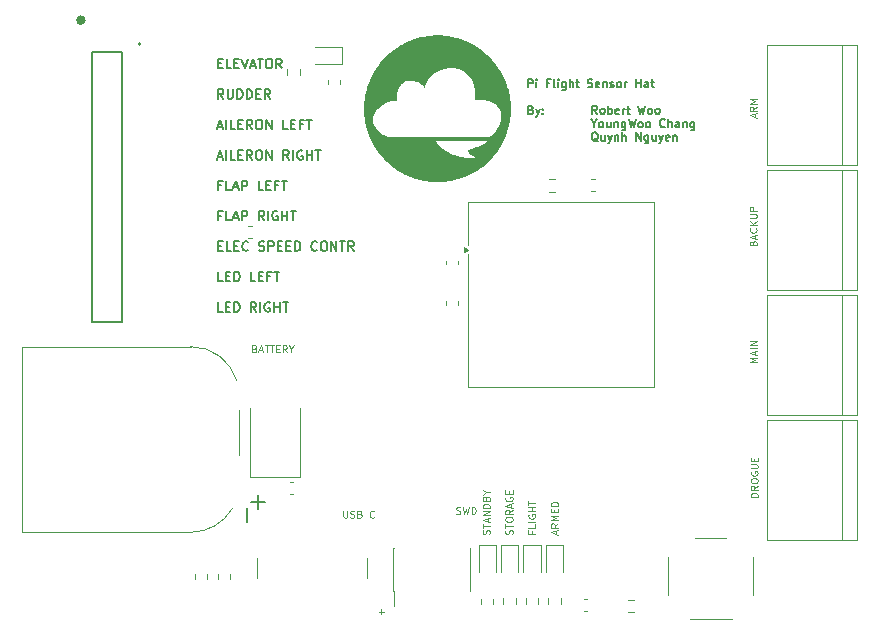
<source format=gbr>
%TF.GenerationSoftware,KiCad,Pcbnew,9.0.2+dfsg-1*%
%TF.CreationDate,2025-11-29T03:23:51-08:00*%
%TF.ProjectId,rc-plane,72632d70-6c61-46e6-952e-6b696361645f,rev?*%
%TF.SameCoordinates,Original*%
%TF.FileFunction,Legend,Top*%
%TF.FilePolarity,Positive*%
%FSLAX46Y46*%
G04 Gerber Fmt 4.6, Leading zero omitted, Abs format (unit mm)*
G04 Created by KiCad (PCBNEW 9.0.2+dfsg-1) date 2025-11-29 03:23:51*
%MOMM*%
%LPD*%
G01*
G04 APERTURE LIST*
%ADD10C,0.125000*%
%ADD11C,0.175000*%
%ADD12C,0.200000*%
%ADD13C,0.150000*%
%ADD14C,0.120000*%
%ADD15C,0.400000*%
%ADD16C,0.000000*%
G04 APERTURE END LIST*
D10*
X99325093Y-95520071D02*
X99325093Y-96005785D01*
X99325093Y-96005785D02*
X99353664Y-96062928D01*
X99353664Y-96062928D02*
X99382236Y-96091500D01*
X99382236Y-96091500D02*
X99439378Y-96120071D01*
X99439378Y-96120071D02*
X99553664Y-96120071D01*
X99553664Y-96120071D02*
X99610807Y-96091500D01*
X99610807Y-96091500D02*
X99639378Y-96062928D01*
X99639378Y-96062928D02*
X99667950Y-96005785D01*
X99667950Y-96005785D02*
X99667950Y-95520071D01*
X99925092Y-96091500D02*
X100010807Y-96120071D01*
X100010807Y-96120071D02*
X100153664Y-96120071D01*
X100153664Y-96120071D02*
X100210807Y-96091500D01*
X100210807Y-96091500D02*
X100239378Y-96062928D01*
X100239378Y-96062928D02*
X100267949Y-96005785D01*
X100267949Y-96005785D02*
X100267949Y-95948642D01*
X100267949Y-95948642D02*
X100239378Y-95891500D01*
X100239378Y-95891500D02*
X100210807Y-95862928D01*
X100210807Y-95862928D02*
X100153664Y-95834357D01*
X100153664Y-95834357D02*
X100039378Y-95805785D01*
X100039378Y-95805785D02*
X99982235Y-95777214D01*
X99982235Y-95777214D02*
X99953664Y-95748642D01*
X99953664Y-95748642D02*
X99925092Y-95691500D01*
X99925092Y-95691500D02*
X99925092Y-95634357D01*
X99925092Y-95634357D02*
X99953664Y-95577214D01*
X99953664Y-95577214D02*
X99982235Y-95548642D01*
X99982235Y-95548642D02*
X100039378Y-95520071D01*
X100039378Y-95520071D02*
X100182235Y-95520071D01*
X100182235Y-95520071D02*
X100267949Y-95548642D01*
X100725093Y-95805785D02*
X100810807Y-95834357D01*
X100810807Y-95834357D02*
X100839378Y-95862928D01*
X100839378Y-95862928D02*
X100867950Y-95920071D01*
X100867950Y-95920071D02*
X100867950Y-96005785D01*
X100867950Y-96005785D02*
X100839378Y-96062928D01*
X100839378Y-96062928D02*
X100810807Y-96091500D01*
X100810807Y-96091500D02*
X100753664Y-96120071D01*
X100753664Y-96120071D02*
X100525093Y-96120071D01*
X100525093Y-96120071D02*
X100525093Y-95520071D01*
X100525093Y-95520071D02*
X100725093Y-95520071D01*
X100725093Y-95520071D02*
X100782236Y-95548642D01*
X100782236Y-95548642D02*
X100810807Y-95577214D01*
X100810807Y-95577214D02*
X100839378Y-95634357D01*
X100839378Y-95634357D02*
X100839378Y-95691500D01*
X100839378Y-95691500D02*
X100810807Y-95748642D01*
X100810807Y-95748642D02*
X100782236Y-95777214D01*
X100782236Y-95777214D02*
X100725093Y-95805785D01*
X100725093Y-95805785D02*
X100525093Y-95805785D01*
X101925093Y-96062928D02*
X101896521Y-96091500D01*
X101896521Y-96091500D02*
X101810807Y-96120071D01*
X101810807Y-96120071D02*
X101753664Y-96120071D01*
X101753664Y-96120071D02*
X101667950Y-96091500D01*
X101667950Y-96091500D02*
X101610807Y-96034357D01*
X101610807Y-96034357D02*
X101582236Y-95977214D01*
X101582236Y-95977214D02*
X101553664Y-95862928D01*
X101553664Y-95862928D02*
X101553664Y-95777214D01*
X101553664Y-95777214D02*
X101582236Y-95662928D01*
X101582236Y-95662928D02*
X101610807Y-95605785D01*
X101610807Y-95605785D02*
X101667950Y-95548642D01*
X101667950Y-95548642D02*
X101753664Y-95520071D01*
X101753664Y-95520071D02*
X101810807Y-95520071D01*
X101810807Y-95520071D02*
X101896521Y-95548642D01*
X101896521Y-95548642D02*
X101925093Y-95577214D01*
X91825093Y-81805785D02*
X91910807Y-81834357D01*
X91910807Y-81834357D02*
X91939378Y-81862928D01*
X91939378Y-81862928D02*
X91967950Y-81920071D01*
X91967950Y-81920071D02*
X91967950Y-82005785D01*
X91967950Y-82005785D02*
X91939378Y-82062928D01*
X91939378Y-82062928D02*
X91910807Y-82091500D01*
X91910807Y-82091500D02*
X91853664Y-82120071D01*
X91853664Y-82120071D02*
X91625093Y-82120071D01*
X91625093Y-82120071D02*
X91625093Y-81520071D01*
X91625093Y-81520071D02*
X91825093Y-81520071D01*
X91825093Y-81520071D02*
X91882236Y-81548642D01*
X91882236Y-81548642D02*
X91910807Y-81577214D01*
X91910807Y-81577214D02*
X91939378Y-81634357D01*
X91939378Y-81634357D02*
X91939378Y-81691500D01*
X91939378Y-81691500D02*
X91910807Y-81748642D01*
X91910807Y-81748642D02*
X91882236Y-81777214D01*
X91882236Y-81777214D02*
X91825093Y-81805785D01*
X91825093Y-81805785D02*
X91625093Y-81805785D01*
X92196521Y-81948642D02*
X92482236Y-81948642D01*
X92139378Y-82120071D02*
X92339378Y-81520071D01*
X92339378Y-81520071D02*
X92539378Y-82120071D01*
X92653664Y-81520071D02*
X92996522Y-81520071D01*
X92825093Y-82120071D02*
X92825093Y-81520071D01*
X93110807Y-81520071D02*
X93453665Y-81520071D01*
X93282236Y-82120071D02*
X93282236Y-81520071D01*
X93653665Y-81805785D02*
X93853665Y-81805785D01*
X93939379Y-82120071D02*
X93653665Y-82120071D01*
X93653665Y-82120071D02*
X93653665Y-81520071D01*
X93653665Y-81520071D02*
X93939379Y-81520071D01*
X94539379Y-82120071D02*
X94339379Y-81834357D01*
X94196522Y-82120071D02*
X94196522Y-81520071D01*
X94196522Y-81520071D02*
X94425093Y-81520071D01*
X94425093Y-81520071D02*
X94482236Y-81548642D01*
X94482236Y-81548642D02*
X94510807Y-81577214D01*
X94510807Y-81577214D02*
X94539379Y-81634357D01*
X94539379Y-81634357D02*
X94539379Y-81720071D01*
X94539379Y-81720071D02*
X94510807Y-81777214D01*
X94510807Y-81777214D02*
X94482236Y-81805785D01*
X94482236Y-81805785D02*
X94425093Y-81834357D01*
X94425093Y-81834357D02*
X94196522Y-81834357D01*
X94910807Y-81834357D02*
X94910807Y-82120071D01*
X94710807Y-81520071D02*
X94910807Y-81834357D01*
X94910807Y-81834357D02*
X95110807Y-81520071D01*
X102325093Y-104091500D02*
X102782236Y-104091500D01*
X102553664Y-104320071D02*
X102553664Y-103862928D01*
X134148642Y-62203478D02*
X134148642Y-61917764D01*
X134320071Y-62260621D02*
X133720071Y-62060621D01*
X133720071Y-62060621D02*
X134320071Y-61860621D01*
X134320071Y-61317763D02*
X134034357Y-61517763D01*
X134320071Y-61660620D02*
X133720071Y-61660620D01*
X133720071Y-61660620D02*
X133720071Y-61432049D01*
X133720071Y-61432049D02*
X133748642Y-61374906D01*
X133748642Y-61374906D02*
X133777214Y-61346335D01*
X133777214Y-61346335D02*
X133834357Y-61317763D01*
X133834357Y-61317763D02*
X133920071Y-61317763D01*
X133920071Y-61317763D02*
X133977214Y-61346335D01*
X133977214Y-61346335D02*
X134005785Y-61374906D01*
X134005785Y-61374906D02*
X134034357Y-61432049D01*
X134034357Y-61432049D02*
X134034357Y-61660620D01*
X134320071Y-61060620D02*
X133720071Y-61060620D01*
X133720071Y-61060620D02*
X134148642Y-60860620D01*
X134148642Y-60860620D02*
X133720071Y-60660620D01*
X133720071Y-60660620D02*
X134320071Y-60660620D01*
D11*
X114981797Y-59697389D02*
X114981797Y-58997389D01*
X114981797Y-58997389D02*
X115248464Y-58997389D01*
X115248464Y-58997389D02*
X115315131Y-59030722D01*
X115315131Y-59030722D02*
X115348464Y-59064056D01*
X115348464Y-59064056D02*
X115381797Y-59130722D01*
X115381797Y-59130722D02*
X115381797Y-59230722D01*
X115381797Y-59230722D02*
X115348464Y-59297389D01*
X115348464Y-59297389D02*
X115315131Y-59330722D01*
X115315131Y-59330722D02*
X115248464Y-59364056D01*
X115248464Y-59364056D02*
X114981797Y-59364056D01*
X115681797Y-59697389D02*
X115681797Y-59230722D01*
X115681797Y-58997389D02*
X115648464Y-59030722D01*
X115648464Y-59030722D02*
X115681797Y-59064056D01*
X115681797Y-59064056D02*
X115715131Y-59030722D01*
X115715131Y-59030722D02*
X115681797Y-58997389D01*
X115681797Y-58997389D02*
X115681797Y-59064056D01*
X116781797Y-59330722D02*
X116548463Y-59330722D01*
X116548463Y-59697389D02*
X116548463Y-58997389D01*
X116548463Y-58997389D02*
X116881797Y-58997389D01*
X117248463Y-59697389D02*
X117181797Y-59664056D01*
X117181797Y-59664056D02*
X117148463Y-59597389D01*
X117148463Y-59597389D02*
X117148463Y-58997389D01*
X117515130Y-59697389D02*
X117515130Y-59230722D01*
X117515130Y-58997389D02*
X117481797Y-59030722D01*
X117481797Y-59030722D02*
X117515130Y-59064056D01*
X117515130Y-59064056D02*
X117548464Y-59030722D01*
X117548464Y-59030722D02*
X117515130Y-58997389D01*
X117515130Y-58997389D02*
X117515130Y-59064056D01*
X118148463Y-59230722D02*
X118148463Y-59797389D01*
X118148463Y-59797389D02*
X118115130Y-59864056D01*
X118115130Y-59864056D02*
X118081797Y-59897389D01*
X118081797Y-59897389D02*
X118015130Y-59930722D01*
X118015130Y-59930722D02*
X117915130Y-59930722D01*
X117915130Y-59930722D02*
X117848463Y-59897389D01*
X118148463Y-59664056D02*
X118081797Y-59697389D01*
X118081797Y-59697389D02*
X117948463Y-59697389D01*
X117948463Y-59697389D02*
X117881797Y-59664056D01*
X117881797Y-59664056D02*
X117848463Y-59630722D01*
X117848463Y-59630722D02*
X117815130Y-59564056D01*
X117815130Y-59564056D02*
X117815130Y-59364056D01*
X117815130Y-59364056D02*
X117848463Y-59297389D01*
X117848463Y-59297389D02*
X117881797Y-59264056D01*
X117881797Y-59264056D02*
X117948463Y-59230722D01*
X117948463Y-59230722D02*
X118081797Y-59230722D01*
X118081797Y-59230722D02*
X118148463Y-59264056D01*
X118481796Y-59697389D02*
X118481796Y-58997389D01*
X118781796Y-59697389D02*
X118781796Y-59330722D01*
X118781796Y-59330722D02*
X118748463Y-59264056D01*
X118748463Y-59264056D02*
X118681796Y-59230722D01*
X118681796Y-59230722D02*
X118581796Y-59230722D01*
X118581796Y-59230722D02*
X118515130Y-59264056D01*
X118515130Y-59264056D02*
X118481796Y-59297389D01*
X119015129Y-59230722D02*
X119281796Y-59230722D01*
X119115129Y-58997389D02*
X119115129Y-59597389D01*
X119115129Y-59597389D02*
X119148463Y-59664056D01*
X119148463Y-59664056D02*
X119215129Y-59697389D01*
X119215129Y-59697389D02*
X119281796Y-59697389D01*
X120015129Y-59664056D02*
X120115129Y-59697389D01*
X120115129Y-59697389D02*
X120281796Y-59697389D01*
X120281796Y-59697389D02*
X120348462Y-59664056D01*
X120348462Y-59664056D02*
X120381796Y-59630722D01*
X120381796Y-59630722D02*
X120415129Y-59564056D01*
X120415129Y-59564056D02*
X120415129Y-59497389D01*
X120415129Y-59497389D02*
X120381796Y-59430722D01*
X120381796Y-59430722D02*
X120348462Y-59397389D01*
X120348462Y-59397389D02*
X120281796Y-59364056D01*
X120281796Y-59364056D02*
X120148462Y-59330722D01*
X120148462Y-59330722D02*
X120081796Y-59297389D01*
X120081796Y-59297389D02*
X120048462Y-59264056D01*
X120048462Y-59264056D02*
X120015129Y-59197389D01*
X120015129Y-59197389D02*
X120015129Y-59130722D01*
X120015129Y-59130722D02*
X120048462Y-59064056D01*
X120048462Y-59064056D02*
X120081796Y-59030722D01*
X120081796Y-59030722D02*
X120148462Y-58997389D01*
X120148462Y-58997389D02*
X120315129Y-58997389D01*
X120315129Y-58997389D02*
X120415129Y-59030722D01*
X120981796Y-59664056D02*
X120915129Y-59697389D01*
X120915129Y-59697389D02*
X120781796Y-59697389D01*
X120781796Y-59697389D02*
X120715129Y-59664056D01*
X120715129Y-59664056D02*
X120681796Y-59597389D01*
X120681796Y-59597389D02*
X120681796Y-59330722D01*
X120681796Y-59330722D02*
X120715129Y-59264056D01*
X120715129Y-59264056D02*
X120781796Y-59230722D01*
X120781796Y-59230722D02*
X120915129Y-59230722D01*
X120915129Y-59230722D02*
X120981796Y-59264056D01*
X120981796Y-59264056D02*
X121015129Y-59330722D01*
X121015129Y-59330722D02*
X121015129Y-59397389D01*
X121015129Y-59397389D02*
X120681796Y-59464056D01*
X121315129Y-59230722D02*
X121315129Y-59697389D01*
X121315129Y-59297389D02*
X121348463Y-59264056D01*
X121348463Y-59264056D02*
X121415129Y-59230722D01*
X121415129Y-59230722D02*
X121515129Y-59230722D01*
X121515129Y-59230722D02*
X121581796Y-59264056D01*
X121581796Y-59264056D02*
X121615129Y-59330722D01*
X121615129Y-59330722D02*
X121615129Y-59697389D01*
X121915129Y-59664056D02*
X121981796Y-59697389D01*
X121981796Y-59697389D02*
X122115129Y-59697389D01*
X122115129Y-59697389D02*
X122181796Y-59664056D01*
X122181796Y-59664056D02*
X122215129Y-59597389D01*
X122215129Y-59597389D02*
X122215129Y-59564056D01*
X122215129Y-59564056D02*
X122181796Y-59497389D01*
X122181796Y-59497389D02*
X122115129Y-59464056D01*
X122115129Y-59464056D02*
X122015129Y-59464056D01*
X122015129Y-59464056D02*
X121948462Y-59430722D01*
X121948462Y-59430722D02*
X121915129Y-59364056D01*
X121915129Y-59364056D02*
X121915129Y-59330722D01*
X121915129Y-59330722D02*
X121948462Y-59264056D01*
X121948462Y-59264056D02*
X122015129Y-59230722D01*
X122015129Y-59230722D02*
X122115129Y-59230722D01*
X122115129Y-59230722D02*
X122181796Y-59264056D01*
X122615129Y-59697389D02*
X122548463Y-59664056D01*
X122548463Y-59664056D02*
X122515129Y-59630722D01*
X122515129Y-59630722D02*
X122481796Y-59564056D01*
X122481796Y-59564056D02*
X122481796Y-59364056D01*
X122481796Y-59364056D02*
X122515129Y-59297389D01*
X122515129Y-59297389D02*
X122548463Y-59264056D01*
X122548463Y-59264056D02*
X122615129Y-59230722D01*
X122615129Y-59230722D02*
X122715129Y-59230722D01*
X122715129Y-59230722D02*
X122781796Y-59264056D01*
X122781796Y-59264056D02*
X122815129Y-59297389D01*
X122815129Y-59297389D02*
X122848463Y-59364056D01*
X122848463Y-59364056D02*
X122848463Y-59564056D01*
X122848463Y-59564056D02*
X122815129Y-59630722D01*
X122815129Y-59630722D02*
X122781796Y-59664056D01*
X122781796Y-59664056D02*
X122715129Y-59697389D01*
X122715129Y-59697389D02*
X122615129Y-59697389D01*
X123148462Y-59697389D02*
X123148462Y-59230722D01*
X123148462Y-59364056D02*
X123181796Y-59297389D01*
X123181796Y-59297389D02*
X123215129Y-59264056D01*
X123215129Y-59264056D02*
X123281796Y-59230722D01*
X123281796Y-59230722D02*
X123348462Y-59230722D01*
X124115128Y-59697389D02*
X124115128Y-58997389D01*
X124115128Y-59330722D02*
X124515128Y-59330722D01*
X124515128Y-59697389D02*
X124515128Y-58997389D01*
X125148461Y-59697389D02*
X125148461Y-59330722D01*
X125148461Y-59330722D02*
X125115128Y-59264056D01*
X125115128Y-59264056D02*
X125048461Y-59230722D01*
X125048461Y-59230722D02*
X124915128Y-59230722D01*
X124915128Y-59230722D02*
X124848461Y-59264056D01*
X125148461Y-59664056D02*
X125081795Y-59697389D01*
X125081795Y-59697389D02*
X124915128Y-59697389D01*
X124915128Y-59697389D02*
X124848461Y-59664056D01*
X124848461Y-59664056D02*
X124815128Y-59597389D01*
X124815128Y-59597389D02*
X124815128Y-59530722D01*
X124815128Y-59530722D02*
X124848461Y-59464056D01*
X124848461Y-59464056D02*
X124915128Y-59430722D01*
X124915128Y-59430722D02*
X125081795Y-59430722D01*
X125081795Y-59430722D02*
X125148461Y-59397389D01*
X125381794Y-59230722D02*
X125648461Y-59230722D01*
X125481794Y-58997389D02*
X125481794Y-59597389D01*
X125481794Y-59597389D02*
X125515128Y-59664056D01*
X125515128Y-59664056D02*
X125581794Y-59697389D01*
X125581794Y-59697389D02*
X125648461Y-59697389D01*
X115215131Y-61584644D02*
X115315131Y-61617978D01*
X115315131Y-61617978D02*
X115348464Y-61651311D01*
X115348464Y-61651311D02*
X115381797Y-61717978D01*
X115381797Y-61717978D02*
X115381797Y-61817978D01*
X115381797Y-61817978D02*
X115348464Y-61884644D01*
X115348464Y-61884644D02*
X115315131Y-61917978D01*
X115315131Y-61917978D02*
X115248464Y-61951311D01*
X115248464Y-61951311D02*
X114981797Y-61951311D01*
X114981797Y-61951311D02*
X114981797Y-61251311D01*
X114981797Y-61251311D02*
X115215131Y-61251311D01*
X115215131Y-61251311D02*
X115281797Y-61284644D01*
X115281797Y-61284644D02*
X115315131Y-61317978D01*
X115315131Y-61317978D02*
X115348464Y-61384644D01*
X115348464Y-61384644D02*
X115348464Y-61451311D01*
X115348464Y-61451311D02*
X115315131Y-61517978D01*
X115315131Y-61517978D02*
X115281797Y-61551311D01*
X115281797Y-61551311D02*
X115215131Y-61584644D01*
X115215131Y-61584644D02*
X114981797Y-61584644D01*
X115615131Y-61484644D02*
X115781797Y-61951311D01*
X115948464Y-61484644D02*
X115781797Y-61951311D01*
X115781797Y-61951311D02*
X115715131Y-62117978D01*
X115715131Y-62117978D02*
X115681797Y-62151311D01*
X115681797Y-62151311D02*
X115615131Y-62184644D01*
X116215130Y-61884644D02*
X116248464Y-61917978D01*
X116248464Y-61917978D02*
X116215130Y-61951311D01*
X116215130Y-61951311D02*
X116181797Y-61917978D01*
X116181797Y-61917978D02*
X116215130Y-61884644D01*
X116215130Y-61884644D02*
X116215130Y-61951311D01*
X116215130Y-61517978D02*
X116248464Y-61551311D01*
X116248464Y-61551311D02*
X116215130Y-61584644D01*
X116215130Y-61584644D02*
X116181797Y-61551311D01*
X116181797Y-61551311D02*
X116215130Y-61517978D01*
X116215130Y-61517978D02*
X116215130Y-61584644D01*
X120815130Y-61951311D02*
X120581797Y-61617978D01*
X120415130Y-61951311D02*
X120415130Y-61251311D01*
X120415130Y-61251311D02*
X120681797Y-61251311D01*
X120681797Y-61251311D02*
X120748464Y-61284644D01*
X120748464Y-61284644D02*
X120781797Y-61317978D01*
X120781797Y-61317978D02*
X120815130Y-61384644D01*
X120815130Y-61384644D02*
X120815130Y-61484644D01*
X120815130Y-61484644D02*
X120781797Y-61551311D01*
X120781797Y-61551311D02*
X120748464Y-61584644D01*
X120748464Y-61584644D02*
X120681797Y-61617978D01*
X120681797Y-61617978D02*
X120415130Y-61617978D01*
X121215130Y-61951311D02*
X121148464Y-61917978D01*
X121148464Y-61917978D02*
X121115130Y-61884644D01*
X121115130Y-61884644D02*
X121081797Y-61817978D01*
X121081797Y-61817978D02*
X121081797Y-61617978D01*
X121081797Y-61617978D02*
X121115130Y-61551311D01*
X121115130Y-61551311D02*
X121148464Y-61517978D01*
X121148464Y-61517978D02*
X121215130Y-61484644D01*
X121215130Y-61484644D02*
X121315130Y-61484644D01*
X121315130Y-61484644D02*
X121381797Y-61517978D01*
X121381797Y-61517978D02*
X121415130Y-61551311D01*
X121415130Y-61551311D02*
X121448464Y-61617978D01*
X121448464Y-61617978D02*
X121448464Y-61817978D01*
X121448464Y-61817978D02*
X121415130Y-61884644D01*
X121415130Y-61884644D02*
X121381797Y-61917978D01*
X121381797Y-61917978D02*
X121315130Y-61951311D01*
X121315130Y-61951311D02*
X121215130Y-61951311D01*
X121748463Y-61951311D02*
X121748463Y-61251311D01*
X121748463Y-61517978D02*
X121815130Y-61484644D01*
X121815130Y-61484644D02*
X121948463Y-61484644D01*
X121948463Y-61484644D02*
X122015130Y-61517978D01*
X122015130Y-61517978D02*
X122048463Y-61551311D01*
X122048463Y-61551311D02*
X122081797Y-61617978D01*
X122081797Y-61617978D02*
X122081797Y-61817978D01*
X122081797Y-61817978D02*
X122048463Y-61884644D01*
X122048463Y-61884644D02*
X122015130Y-61917978D01*
X122015130Y-61917978D02*
X121948463Y-61951311D01*
X121948463Y-61951311D02*
X121815130Y-61951311D01*
X121815130Y-61951311D02*
X121748463Y-61917978D01*
X122648463Y-61917978D02*
X122581796Y-61951311D01*
X122581796Y-61951311D02*
X122448463Y-61951311D01*
X122448463Y-61951311D02*
X122381796Y-61917978D01*
X122381796Y-61917978D02*
X122348463Y-61851311D01*
X122348463Y-61851311D02*
X122348463Y-61584644D01*
X122348463Y-61584644D02*
X122381796Y-61517978D01*
X122381796Y-61517978D02*
X122448463Y-61484644D01*
X122448463Y-61484644D02*
X122581796Y-61484644D01*
X122581796Y-61484644D02*
X122648463Y-61517978D01*
X122648463Y-61517978D02*
X122681796Y-61584644D01*
X122681796Y-61584644D02*
X122681796Y-61651311D01*
X122681796Y-61651311D02*
X122348463Y-61717978D01*
X122981796Y-61951311D02*
X122981796Y-61484644D01*
X122981796Y-61617978D02*
X123015130Y-61551311D01*
X123015130Y-61551311D02*
X123048463Y-61517978D01*
X123048463Y-61517978D02*
X123115130Y-61484644D01*
X123115130Y-61484644D02*
X123181796Y-61484644D01*
X123315129Y-61484644D02*
X123581796Y-61484644D01*
X123415129Y-61251311D02*
X123415129Y-61851311D01*
X123415129Y-61851311D02*
X123448463Y-61917978D01*
X123448463Y-61917978D02*
X123515129Y-61951311D01*
X123515129Y-61951311D02*
X123581796Y-61951311D01*
X124281796Y-61251311D02*
X124448462Y-61951311D01*
X124448462Y-61951311D02*
X124581796Y-61451311D01*
X124581796Y-61451311D02*
X124715129Y-61951311D01*
X124715129Y-61951311D02*
X124881796Y-61251311D01*
X125248462Y-61951311D02*
X125181796Y-61917978D01*
X125181796Y-61917978D02*
X125148462Y-61884644D01*
X125148462Y-61884644D02*
X125115129Y-61817978D01*
X125115129Y-61817978D02*
X125115129Y-61617978D01*
X125115129Y-61617978D02*
X125148462Y-61551311D01*
X125148462Y-61551311D02*
X125181796Y-61517978D01*
X125181796Y-61517978D02*
X125248462Y-61484644D01*
X125248462Y-61484644D02*
X125348462Y-61484644D01*
X125348462Y-61484644D02*
X125415129Y-61517978D01*
X125415129Y-61517978D02*
X125448462Y-61551311D01*
X125448462Y-61551311D02*
X125481796Y-61617978D01*
X125481796Y-61617978D02*
X125481796Y-61817978D01*
X125481796Y-61817978D02*
X125448462Y-61884644D01*
X125448462Y-61884644D02*
X125415129Y-61917978D01*
X125415129Y-61917978D02*
X125348462Y-61951311D01*
X125348462Y-61951311D02*
X125248462Y-61951311D01*
X125881795Y-61951311D02*
X125815129Y-61917978D01*
X125815129Y-61917978D02*
X125781795Y-61884644D01*
X125781795Y-61884644D02*
X125748462Y-61817978D01*
X125748462Y-61817978D02*
X125748462Y-61617978D01*
X125748462Y-61617978D02*
X125781795Y-61551311D01*
X125781795Y-61551311D02*
X125815129Y-61517978D01*
X125815129Y-61517978D02*
X125881795Y-61484644D01*
X125881795Y-61484644D02*
X125981795Y-61484644D01*
X125981795Y-61484644D02*
X126048462Y-61517978D01*
X126048462Y-61517978D02*
X126081795Y-61551311D01*
X126081795Y-61551311D02*
X126115129Y-61617978D01*
X126115129Y-61617978D02*
X126115129Y-61817978D01*
X126115129Y-61817978D02*
X126081795Y-61884644D01*
X126081795Y-61884644D02*
X126048462Y-61917978D01*
X126048462Y-61917978D02*
X125981795Y-61951311D01*
X125981795Y-61951311D02*
X125881795Y-61951311D01*
X120548464Y-62744939D02*
X120548464Y-63078272D01*
X120315130Y-62378272D02*
X120548464Y-62744939D01*
X120548464Y-62744939D02*
X120781797Y-62378272D01*
X121115130Y-63078272D02*
X121048464Y-63044939D01*
X121048464Y-63044939D02*
X121015130Y-63011605D01*
X121015130Y-63011605D02*
X120981797Y-62944939D01*
X120981797Y-62944939D02*
X120981797Y-62744939D01*
X120981797Y-62744939D02*
X121015130Y-62678272D01*
X121015130Y-62678272D02*
X121048464Y-62644939D01*
X121048464Y-62644939D02*
X121115130Y-62611605D01*
X121115130Y-62611605D02*
X121215130Y-62611605D01*
X121215130Y-62611605D02*
X121281797Y-62644939D01*
X121281797Y-62644939D02*
X121315130Y-62678272D01*
X121315130Y-62678272D02*
X121348464Y-62744939D01*
X121348464Y-62744939D02*
X121348464Y-62944939D01*
X121348464Y-62944939D02*
X121315130Y-63011605D01*
X121315130Y-63011605D02*
X121281797Y-63044939D01*
X121281797Y-63044939D02*
X121215130Y-63078272D01*
X121215130Y-63078272D02*
X121115130Y-63078272D01*
X121948463Y-62611605D02*
X121948463Y-63078272D01*
X121648463Y-62611605D02*
X121648463Y-62978272D01*
X121648463Y-62978272D02*
X121681797Y-63044939D01*
X121681797Y-63044939D02*
X121748463Y-63078272D01*
X121748463Y-63078272D02*
X121848463Y-63078272D01*
X121848463Y-63078272D02*
X121915130Y-63044939D01*
X121915130Y-63044939D02*
X121948463Y-63011605D01*
X122281796Y-62611605D02*
X122281796Y-63078272D01*
X122281796Y-62678272D02*
X122315130Y-62644939D01*
X122315130Y-62644939D02*
X122381796Y-62611605D01*
X122381796Y-62611605D02*
X122481796Y-62611605D01*
X122481796Y-62611605D02*
X122548463Y-62644939D01*
X122548463Y-62644939D02*
X122581796Y-62711605D01*
X122581796Y-62711605D02*
X122581796Y-63078272D01*
X123215129Y-62611605D02*
X123215129Y-63178272D01*
X123215129Y-63178272D02*
X123181796Y-63244939D01*
X123181796Y-63244939D02*
X123148463Y-63278272D01*
X123148463Y-63278272D02*
X123081796Y-63311605D01*
X123081796Y-63311605D02*
X122981796Y-63311605D01*
X122981796Y-63311605D02*
X122915129Y-63278272D01*
X123215129Y-63044939D02*
X123148463Y-63078272D01*
X123148463Y-63078272D02*
X123015129Y-63078272D01*
X123015129Y-63078272D02*
X122948463Y-63044939D01*
X122948463Y-63044939D02*
X122915129Y-63011605D01*
X122915129Y-63011605D02*
X122881796Y-62944939D01*
X122881796Y-62944939D02*
X122881796Y-62744939D01*
X122881796Y-62744939D02*
X122915129Y-62678272D01*
X122915129Y-62678272D02*
X122948463Y-62644939D01*
X122948463Y-62644939D02*
X123015129Y-62611605D01*
X123015129Y-62611605D02*
X123148463Y-62611605D01*
X123148463Y-62611605D02*
X123215129Y-62644939D01*
X123481796Y-62378272D02*
X123648462Y-63078272D01*
X123648462Y-63078272D02*
X123781796Y-62578272D01*
X123781796Y-62578272D02*
X123915129Y-63078272D01*
X123915129Y-63078272D02*
X124081796Y-62378272D01*
X124448462Y-63078272D02*
X124381796Y-63044939D01*
X124381796Y-63044939D02*
X124348462Y-63011605D01*
X124348462Y-63011605D02*
X124315129Y-62944939D01*
X124315129Y-62944939D02*
X124315129Y-62744939D01*
X124315129Y-62744939D02*
X124348462Y-62678272D01*
X124348462Y-62678272D02*
X124381796Y-62644939D01*
X124381796Y-62644939D02*
X124448462Y-62611605D01*
X124448462Y-62611605D02*
X124548462Y-62611605D01*
X124548462Y-62611605D02*
X124615129Y-62644939D01*
X124615129Y-62644939D02*
X124648462Y-62678272D01*
X124648462Y-62678272D02*
X124681796Y-62744939D01*
X124681796Y-62744939D02*
X124681796Y-62944939D01*
X124681796Y-62944939D02*
X124648462Y-63011605D01*
X124648462Y-63011605D02*
X124615129Y-63044939D01*
X124615129Y-63044939D02*
X124548462Y-63078272D01*
X124548462Y-63078272D02*
X124448462Y-63078272D01*
X125081795Y-63078272D02*
X125015129Y-63044939D01*
X125015129Y-63044939D02*
X124981795Y-63011605D01*
X124981795Y-63011605D02*
X124948462Y-62944939D01*
X124948462Y-62944939D02*
X124948462Y-62744939D01*
X124948462Y-62744939D02*
X124981795Y-62678272D01*
X124981795Y-62678272D02*
X125015129Y-62644939D01*
X125015129Y-62644939D02*
X125081795Y-62611605D01*
X125081795Y-62611605D02*
X125181795Y-62611605D01*
X125181795Y-62611605D02*
X125248462Y-62644939D01*
X125248462Y-62644939D02*
X125281795Y-62678272D01*
X125281795Y-62678272D02*
X125315129Y-62744939D01*
X125315129Y-62744939D02*
X125315129Y-62944939D01*
X125315129Y-62944939D02*
X125281795Y-63011605D01*
X125281795Y-63011605D02*
X125248462Y-63044939D01*
X125248462Y-63044939D02*
X125181795Y-63078272D01*
X125181795Y-63078272D02*
X125081795Y-63078272D01*
X126548461Y-63011605D02*
X126515128Y-63044939D01*
X126515128Y-63044939D02*
X126415128Y-63078272D01*
X126415128Y-63078272D02*
X126348461Y-63078272D01*
X126348461Y-63078272D02*
X126248461Y-63044939D01*
X126248461Y-63044939D02*
X126181795Y-62978272D01*
X126181795Y-62978272D02*
X126148461Y-62911605D01*
X126148461Y-62911605D02*
X126115128Y-62778272D01*
X126115128Y-62778272D02*
X126115128Y-62678272D01*
X126115128Y-62678272D02*
X126148461Y-62544939D01*
X126148461Y-62544939D02*
X126181795Y-62478272D01*
X126181795Y-62478272D02*
X126248461Y-62411605D01*
X126248461Y-62411605D02*
X126348461Y-62378272D01*
X126348461Y-62378272D02*
X126415128Y-62378272D01*
X126415128Y-62378272D02*
X126515128Y-62411605D01*
X126515128Y-62411605D02*
X126548461Y-62444939D01*
X126848461Y-63078272D02*
X126848461Y-62378272D01*
X127148461Y-63078272D02*
X127148461Y-62711605D01*
X127148461Y-62711605D02*
X127115128Y-62644939D01*
X127115128Y-62644939D02*
X127048461Y-62611605D01*
X127048461Y-62611605D02*
X126948461Y-62611605D01*
X126948461Y-62611605D02*
X126881795Y-62644939D01*
X126881795Y-62644939D02*
X126848461Y-62678272D01*
X127781794Y-63078272D02*
X127781794Y-62711605D01*
X127781794Y-62711605D02*
X127748461Y-62644939D01*
X127748461Y-62644939D02*
X127681794Y-62611605D01*
X127681794Y-62611605D02*
X127548461Y-62611605D01*
X127548461Y-62611605D02*
X127481794Y-62644939D01*
X127781794Y-63044939D02*
X127715128Y-63078272D01*
X127715128Y-63078272D02*
X127548461Y-63078272D01*
X127548461Y-63078272D02*
X127481794Y-63044939D01*
X127481794Y-63044939D02*
X127448461Y-62978272D01*
X127448461Y-62978272D02*
X127448461Y-62911605D01*
X127448461Y-62911605D02*
X127481794Y-62844939D01*
X127481794Y-62844939D02*
X127548461Y-62811605D01*
X127548461Y-62811605D02*
X127715128Y-62811605D01*
X127715128Y-62811605D02*
X127781794Y-62778272D01*
X128115127Y-62611605D02*
X128115127Y-63078272D01*
X128115127Y-62678272D02*
X128148461Y-62644939D01*
X128148461Y-62644939D02*
X128215127Y-62611605D01*
X128215127Y-62611605D02*
X128315127Y-62611605D01*
X128315127Y-62611605D02*
X128381794Y-62644939D01*
X128381794Y-62644939D02*
X128415127Y-62711605D01*
X128415127Y-62711605D02*
X128415127Y-63078272D01*
X129048460Y-62611605D02*
X129048460Y-63178272D01*
X129048460Y-63178272D02*
X129015127Y-63244939D01*
X129015127Y-63244939D02*
X128981794Y-63278272D01*
X128981794Y-63278272D02*
X128915127Y-63311605D01*
X128915127Y-63311605D02*
X128815127Y-63311605D01*
X128815127Y-63311605D02*
X128748460Y-63278272D01*
X129048460Y-63044939D02*
X128981794Y-63078272D01*
X128981794Y-63078272D02*
X128848460Y-63078272D01*
X128848460Y-63078272D02*
X128781794Y-63044939D01*
X128781794Y-63044939D02*
X128748460Y-63011605D01*
X128748460Y-63011605D02*
X128715127Y-62944939D01*
X128715127Y-62944939D02*
X128715127Y-62744939D01*
X128715127Y-62744939D02*
X128748460Y-62678272D01*
X128748460Y-62678272D02*
X128781794Y-62644939D01*
X128781794Y-62644939D02*
X128848460Y-62611605D01*
X128848460Y-62611605D02*
X128981794Y-62611605D01*
X128981794Y-62611605D02*
X129048460Y-62644939D01*
X120881797Y-64271900D02*
X120815130Y-64238566D01*
X120815130Y-64238566D02*
X120748464Y-64171900D01*
X120748464Y-64171900D02*
X120648464Y-64071900D01*
X120648464Y-64071900D02*
X120581797Y-64038566D01*
X120581797Y-64038566D02*
X120515130Y-64038566D01*
X120548464Y-64205233D02*
X120481797Y-64171900D01*
X120481797Y-64171900D02*
X120415130Y-64105233D01*
X120415130Y-64105233D02*
X120381797Y-63971900D01*
X120381797Y-63971900D02*
X120381797Y-63738566D01*
X120381797Y-63738566D02*
X120415130Y-63605233D01*
X120415130Y-63605233D02*
X120481797Y-63538566D01*
X120481797Y-63538566D02*
X120548464Y-63505233D01*
X120548464Y-63505233D02*
X120681797Y-63505233D01*
X120681797Y-63505233D02*
X120748464Y-63538566D01*
X120748464Y-63538566D02*
X120815130Y-63605233D01*
X120815130Y-63605233D02*
X120848464Y-63738566D01*
X120848464Y-63738566D02*
X120848464Y-63971900D01*
X120848464Y-63971900D02*
X120815130Y-64105233D01*
X120815130Y-64105233D02*
X120748464Y-64171900D01*
X120748464Y-64171900D02*
X120681797Y-64205233D01*
X120681797Y-64205233D02*
X120548464Y-64205233D01*
X121448463Y-63738566D02*
X121448463Y-64205233D01*
X121148463Y-63738566D02*
X121148463Y-64105233D01*
X121148463Y-64105233D02*
X121181797Y-64171900D01*
X121181797Y-64171900D02*
X121248463Y-64205233D01*
X121248463Y-64205233D02*
X121348463Y-64205233D01*
X121348463Y-64205233D02*
X121415130Y-64171900D01*
X121415130Y-64171900D02*
X121448463Y-64138566D01*
X121715130Y-63738566D02*
X121881796Y-64205233D01*
X122048463Y-63738566D02*
X121881796Y-64205233D01*
X121881796Y-64205233D02*
X121815130Y-64371900D01*
X121815130Y-64371900D02*
X121781796Y-64405233D01*
X121781796Y-64405233D02*
X121715130Y-64438566D01*
X122315129Y-63738566D02*
X122315129Y-64205233D01*
X122315129Y-63805233D02*
X122348463Y-63771900D01*
X122348463Y-63771900D02*
X122415129Y-63738566D01*
X122415129Y-63738566D02*
X122515129Y-63738566D01*
X122515129Y-63738566D02*
X122581796Y-63771900D01*
X122581796Y-63771900D02*
X122615129Y-63838566D01*
X122615129Y-63838566D02*
X122615129Y-64205233D01*
X122948462Y-64205233D02*
X122948462Y-63505233D01*
X123248462Y-64205233D02*
X123248462Y-63838566D01*
X123248462Y-63838566D02*
X123215129Y-63771900D01*
X123215129Y-63771900D02*
X123148462Y-63738566D01*
X123148462Y-63738566D02*
X123048462Y-63738566D01*
X123048462Y-63738566D02*
X122981796Y-63771900D01*
X122981796Y-63771900D02*
X122948462Y-63805233D01*
X124115128Y-64205233D02*
X124115128Y-63505233D01*
X124115128Y-63505233D02*
X124515128Y-64205233D01*
X124515128Y-64205233D02*
X124515128Y-63505233D01*
X125148461Y-63738566D02*
X125148461Y-64305233D01*
X125148461Y-64305233D02*
X125115128Y-64371900D01*
X125115128Y-64371900D02*
X125081795Y-64405233D01*
X125081795Y-64405233D02*
X125015128Y-64438566D01*
X125015128Y-64438566D02*
X124915128Y-64438566D01*
X124915128Y-64438566D02*
X124848461Y-64405233D01*
X125148461Y-64171900D02*
X125081795Y-64205233D01*
X125081795Y-64205233D02*
X124948461Y-64205233D01*
X124948461Y-64205233D02*
X124881795Y-64171900D01*
X124881795Y-64171900D02*
X124848461Y-64138566D01*
X124848461Y-64138566D02*
X124815128Y-64071900D01*
X124815128Y-64071900D02*
X124815128Y-63871900D01*
X124815128Y-63871900D02*
X124848461Y-63805233D01*
X124848461Y-63805233D02*
X124881795Y-63771900D01*
X124881795Y-63771900D02*
X124948461Y-63738566D01*
X124948461Y-63738566D02*
X125081795Y-63738566D01*
X125081795Y-63738566D02*
X125148461Y-63771900D01*
X125781794Y-63738566D02*
X125781794Y-64205233D01*
X125481794Y-63738566D02*
X125481794Y-64105233D01*
X125481794Y-64105233D02*
X125515128Y-64171900D01*
X125515128Y-64171900D02*
X125581794Y-64205233D01*
X125581794Y-64205233D02*
X125681794Y-64205233D01*
X125681794Y-64205233D02*
X125748461Y-64171900D01*
X125748461Y-64171900D02*
X125781794Y-64138566D01*
X126048461Y-63738566D02*
X126215127Y-64205233D01*
X126381794Y-63738566D02*
X126215127Y-64205233D01*
X126215127Y-64205233D02*
X126148461Y-64371900D01*
X126148461Y-64371900D02*
X126115127Y-64405233D01*
X126115127Y-64405233D02*
X126048461Y-64438566D01*
X126915127Y-64171900D02*
X126848460Y-64205233D01*
X126848460Y-64205233D02*
X126715127Y-64205233D01*
X126715127Y-64205233D02*
X126648460Y-64171900D01*
X126648460Y-64171900D02*
X126615127Y-64105233D01*
X126615127Y-64105233D02*
X126615127Y-63838566D01*
X126615127Y-63838566D02*
X126648460Y-63771900D01*
X126648460Y-63771900D02*
X126715127Y-63738566D01*
X126715127Y-63738566D02*
X126848460Y-63738566D01*
X126848460Y-63738566D02*
X126915127Y-63771900D01*
X126915127Y-63771900D02*
X126948460Y-63838566D01*
X126948460Y-63838566D02*
X126948460Y-63905233D01*
X126948460Y-63905233D02*
X126615127Y-63971900D01*
X127248460Y-63738566D02*
X127248460Y-64205233D01*
X127248460Y-63805233D02*
X127281794Y-63771900D01*
X127281794Y-63771900D02*
X127348460Y-63738566D01*
X127348460Y-63738566D02*
X127448460Y-63738566D01*
X127448460Y-63738566D02*
X127515127Y-63771900D01*
X127515127Y-63771900D02*
X127548460Y-63838566D01*
X127548460Y-63838566D02*
X127548460Y-64205233D01*
D10*
X108896521Y-95791500D02*
X108982236Y-95820071D01*
X108982236Y-95820071D02*
X109125093Y-95820071D01*
X109125093Y-95820071D02*
X109182236Y-95791500D01*
X109182236Y-95791500D02*
X109210807Y-95762928D01*
X109210807Y-95762928D02*
X109239378Y-95705785D01*
X109239378Y-95705785D02*
X109239378Y-95648642D01*
X109239378Y-95648642D02*
X109210807Y-95591500D01*
X109210807Y-95591500D02*
X109182236Y-95562928D01*
X109182236Y-95562928D02*
X109125093Y-95534357D01*
X109125093Y-95534357D02*
X109010807Y-95505785D01*
X109010807Y-95505785D02*
X108953664Y-95477214D01*
X108953664Y-95477214D02*
X108925093Y-95448642D01*
X108925093Y-95448642D02*
X108896521Y-95391500D01*
X108896521Y-95391500D02*
X108896521Y-95334357D01*
X108896521Y-95334357D02*
X108925093Y-95277214D01*
X108925093Y-95277214D02*
X108953664Y-95248642D01*
X108953664Y-95248642D02*
X109010807Y-95220071D01*
X109010807Y-95220071D02*
X109153664Y-95220071D01*
X109153664Y-95220071D02*
X109239378Y-95248642D01*
X109439379Y-95220071D02*
X109582236Y-95820071D01*
X109582236Y-95820071D02*
X109696522Y-95391500D01*
X109696522Y-95391500D02*
X109810807Y-95820071D01*
X109810807Y-95820071D02*
X109953665Y-95220071D01*
X110182236Y-95820071D02*
X110182236Y-95220071D01*
X110182236Y-95220071D02*
X110325093Y-95220071D01*
X110325093Y-95220071D02*
X110410807Y-95248642D01*
X110410807Y-95248642D02*
X110467950Y-95305785D01*
X110467950Y-95305785D02*
X110496521Y-95362928D01*
X110496521Y-95362928D02*
X110525093Y-95477214D01*
X110525093Y-95477214D02*
X110525093Y-95562928D01*
X110525093Y-95562928D02*
X110496521Y-95677214D01*
X110496521Y-95677214D02*
X110467950Y-95734357D01*
X110467950Y-95734357D02*
X110410807Y-95791500D01*
X110410807Y-95791500D02*
X110325093Y-95820071D01*
X110325093Y-95820071D02*
X110182236Y-95820071D01*
X111695704Y-97503478D02*
X111724275Y-97417764D01*
X111724275Y-97417764D02*
X111724275Y-97274906D01*
X111724275Y-97274906D02*
X111695704Y-97217764D01*
X111695704Y-97217764D02*
X111667132Y-97189192D01*
X111667132Y-97189192D02*
X111609989Y-97160621D01*
X111609989Y-97160621D02*
X111552846Y-97160621D01*
X111552846Y-97160621D02*
X111495704Y-97189192D01*
X111495704Y-97189192D02*
X111467132Y-97217764D01*
X111467132Y-97217764D02*
X111438561Y-97274906D01*
X111438561Y-97274906D02*
X111409989Y-97389192D01*
X111409989Y-97389192D02*
X111381418Y-97446335D01*
X111381418Y-97446335D02*
X111352846Y-97474906D01*
X111352846Y-97474906D02*
X111295704Y-97503478D01*
X111295704Y-97503478D02*
X111238561Y-97503478D01*
X111238561Y-97503478D02*
X111181418Y-97474906D01*
X111181418Y-97474906D02*
X111152846Y-97446335D01*
X111152846Y-97446335D02*
X111124275Y-97389192D01*
X111124275Y-97389192D02*
X111124275Y-97246335D01*
X111124275Y-97246335D02*
X111152846Y-97160621D01*
X111124275Y-96989192D02*
X111124275Y-96646335D01*
X111724275Y-96817763D02*
X111124275Y-96817763D01*
X111552846Y-96474906D02*
X111552846Y-96189192D01*
X111724275Y-96532049D02*
X111124275Y-96332049D01*
X111124275Y-96332049D02*
X111724275Y-96132049D01*
X111724275Y-95932048D02*
X111124275Y-95932048D01*
X111124275Y-95932048D02*
X111724275Y-95589191D01*
X111724275Y-95589191D02*
X111124275Y-95589191D01*
X111724275Y-95303477D02*
X111124275Y-95303477D01*
X111124275Y-95303477D02*
X111124275Y-95160620D01*
X111124275Y-95160620D02*
X111152846Y-95074906D01*
X111152846Y-95074906D02*
X111209989Y-95017763D01*
X111209989Y-95017763D02*
X111267132Y-94989192D01*
X111267132Y-94989192D02*
X111381418Y-94960620D01*
X111381418Y-94960620D02*
X111467132Y-94960620D01*
X111467132Y-94960620D02*
X111581418Y-94989192D01*
X111581418Y-94989192D02*
X111638561Y-95017763D01*
X111638561Y-95017763D02*
X111695704Y-95074906D01*
X111695704Y-95074906D02*
X111724275Y-95160620D01*
X111724275Y-95160620D02*
X111724275Y-95303477D01*
X111409989Y-94503477D02*
X111438561Y-94417763D01*
X111438561Y-94417763D02*
X111467132Y-94389192D01*
X111467132Y-94389192D02*
X111524275Y-94360620D01*
X111524275Y-94360620D02*
X111609989Y-94360620D01*
X111609989Y-94360620D02*
X111667132Y-94389192D01*
X111667132Y-94389192D02*
X111695704Y-94417763D01*
X111695704Y-94417763D02*
X111724275Y-94474906D01*
X111724275Y-94474906D02*
X111724275Y-94703477D01*
X111724275Y-94703477D02*
X111124275Y-94703477D01*
X111124275Y-94703477D02*
X111124275Y-94503477D01*
X111124275Y-94503477D02*
X111152846Y-94446335D01*
X111152846Y-94446335D02*
X111181418Y-94417763D01*
X111181418Y-94417763D02*
X111238561Y-94389192D01*
X111238561Y-94389192D02*
X111295704Y-94389192D01*
X111295704Y-94389192D02*
X111352846Y-94417763D01*
X111352846Y-94417763D02*
X111381418Y-94446335D01*
X111381418Y-94446335D02*
X111409989Y-94503477D01*
X111409989Y-94503477D02*
X111409989Y-94703477D01*
X111438561Y-93989192D02*
X111724275Y-93989192D01*
X111124275Y-94189192D02*
X111438561Y-93989192D01*
X111438561Y-93989192D02*
X111124275Y-93789192D01*
X113627636Y-97503478D02*
X113656207Y-97417764D01*
X113656207Y-97417764D02*
X113656207Y-97274906D01*
X113656207Y-97274906D02*
X113627636Y-97217764D01*
X113627636Y-97217764D02*
X113599064Y-97189192D01*
X113599064Y-97189192D02*
X113541921Y-97160621D01*
X113541921Y-97160621D02*
X113484778Y-97160621D01*
X113484778Y-97160621D02*
X113427636Y-97189192D01*
X113427636Y-97189192D02*
X113399064Y-97217764D01*
X113399064Y-97217764D02*
X113370493Y-97274906D01*
X113370493Y-97274906D02*
X113341921Y-97389192D01*
X113341921Y-97389192D02*
X113313350Y-97446335D01*
X113313350Y-97446335D02*
X113284778Y-97474906D01*
X113284778Y-97474906D02*
X113227636Y-97503478D01*
X113227636Y-97503478D02*
X113170493Y-97503478D01*
X113170493Y-97503478D02*
X113113350Y-97474906D01*
X113113350Y-97474906D02*
X113084778Y-97446335D01*
X113084778Y-97446335D02*
X113056207Y-97389192D01*
X113056207Y-97389192D02*
X113056207Y-97246335D01*
X113056207Y-97246335D02*
X113084778Y-97160621D01*
X113056207Y-96989192D02*
X113056207Y-96646335D01*
X113656207Y-96817763D02*
X113056207Y-96817763D01*
X113056207Y-96332049D02*
X113056207Y-96217763D01*
X113056207Y-96217763D02*
X113084778Y-96160620D01*
X113084778Y-96160620D02*
X113141921Y-96103477D01*
X113141921Y-96103477D02*
X113256207Y-96074906D01*
X113256207Y-96074906D02*
X113456207Y-96074906D01*
X113456207Y-96074906D02*
X113570493Y-96103477D01*
X113570493Y-96103477D02*
X113627636Y-96160620D01*
X113627636Y-96160620D02*
X113656207Y-96217763D01*
X113656207Y-96217763D02*
X113656207Y-96332049D01*
X113656207Y-96332049D02*
X113627636Y-96389192D01*
X113627636Y-96389192D02*
X113570493Y-96446334D01*
X113570493Y-96446334D02*
X113456207Y-96474906D01*
X113456207Y-96474906D02*
X113256207Y-96474906D01*
X113256207Y-96474906D02*
X113141921Y-96446334D01*
X113141921Y-96446334D02*
X113084778Y-96389192D01*
X113084778Y-96389192D02*
X113056207Y-96332049D01*
X113656207Y-95474906D02*
X113370493Y-95674906D01*
X113656207Y-95817763D02*
X113056207Y-95817763D01*
X113056207Y-95817763D02*
X113056207Y-95589192D01*
X113056207Y-95589192D02*
X113084778Y-95532049D01*
X113084778Y-95532049D02*
X113113350Y-95503478D01*
X113113350Y-95503478D02*
X113170493Y-95474906D01*
X113170493Y-95474906D02*
X113256207Y-95474906D01*
X113256207Y-95474906D02*
X113313350Y-95503478D01*
X113313350Y-95503478D02*
X113341921Y-95532049D01*
X113341921Y-95532049D02*
X113370493Y-95589192D01*
X113370493Y-95589192D02*
X113370493Y-95817763D01*
X113484778Y-95246335D02*
X113484778Y-94960621D01*
X113656207Y-95303478D02*
X113056207Y-95103478D01*
X113056207Y-95103478D02*
X113656207Y-94903478D01*
X113084778Y-94389192D02*
X113056207Y-94446335D01*
X113056207Y-94446335D02*
X113056207Y-94532049D01*
X113056207Y-94532049D02*
X113084778Y-94617763D01*
X113084778Y-94617763D02*
X113141921Y-94674906D01*
X113141921Y-94674906D02*
X113199064Y-94703477D01*
X113199064Y-94703477D02*
X113313350Y-94732049D01*
X113313350Y-94732049D02*
X113399064Y-94732049D01*
X113399064Y-94732049D02*
X113513350Y-94703477D01*
X113513350Y-94703477D02*
X113570493Y-94674906D01*
X113570493Y-94674906D02*
X113627636Y-94617763D01*
X113627636Y-94617763D02*
X113656207Y-94532049D01*
X113656207Y-94532049D02*
X113656207Y-94474906D01*
X113656207Y-94474906D02*
X113627636Y-94389192D01*
X113627636Y-94389192D02*
X113599064Y-94360620D01*
X113599064Y-94360620D02*
X113399064Y-94360620D01*
X113399064Y-94360620D02*
X113399064Y-94474906D01*
X113341921Y-94103477D02*
X113341921Y-93903477D01*
X113656207Y-93817763D02*
X113656207Y-94103477D01*
X113656207Y-94103477D02*
X113056207Y-94103477D01*
X113056207Y-94103477D02*
X113056207Y-93817763D01*
X115273853Y-97274906D02*
X115273853Y-97474906D01*
X115588139Y-97474906D02*
X114988139Y-97474906D01*
X114988139Y-97474906D02*
X114988139Y-97189192D01*
X115588139Y-96674906D02*
X115588139Y-96960620D01*
X115588139Y-96960620D02*
X114988139Y-96960620D01*
X115588139Y-96474906D02*
X114988139Y-96474906D01*
X115016710Y-95874907D02*
X114988139Y-95932050D01*
X114988139Y-95932050D02*
X114988139Y-96017764D01*
X114988139Y-96017764D02*
X115016710Y-96103478D01*
X115016710Y-96103478D02*
X115073853Y-96160621D01*
X115073853Y-96160621D02*
X115130996Y-96189192D01*
X115130996Y-96189192D02*
X115245282Y-96217764D01*
X115245282Y-96217764D02*
X115330996Y-96217764D01*
X115330996Y-96217764D02*
X115445282Y-96189192D01*
X115445282Y-96189192D02*
X115502425Y-96160621D01*
X115502425Y-96160621D02*
X115559568Y-96103478D01*
X115559568Y-96103478D02*
X115588139Y-96017764D01*
X115588139Y-96017764D02*
X115588139Y-95960621D01*
X115588139Y-95960621D02*
X115559568Y-95874907D01*
X115559568Y-95874907D02*
X115530996Y-95846335D01*
X115530996Y-95846335D02*
X115330996Y-95846335D01*
X115330996Y-95846335D02*
X115330996Y-95960621D01*
X115588139Y-95589192D02*
X114988139Y-95589192D01*
X115273853Y-95589192D02*
X115273853Y-95246335D01*
X115588139Y-95246335D02*
X114988139Y-95246335D01*
X114988139Y-95046336D02*
X114988139Y-94703479D01*
X115588139Y-94874907D02*
X114988139Y-94874907D01*
X117348642Y-97503478D02*
X117348642Y-97217764D01*
X117520071Y-97560621D02*
X116920071Y-97360621D01*
X116920071Y-97360621D02*
X117520071Y-97160621D01*
X117520071Y-96617763D02*
X117234357Y-96817763D01*
X117520071Y-96960620D02*
X116920071Y-96960620D01*
X116920071Y-96960620D02*
X116920071Y-96732049D01*
X116920071Y-96732049D02*
X116948642Y-96674906D01*
X116948642Y-96674906D02*
X116977214Y-96646335D01*
X116977214Y-96646335D02*
X117034357Y-96617763D01*
X117034357Y-96617763D02*
X117120071Y-96617763D01*
X117120071Y-96617763D02*
X117177214Y-96646335D01*
X117177214Y-96646335D02*
X117205785Y-96674906D01*
X117205785Y-96674906D02*
X117234357Y-96732049D01*
X117234357Y-96732049D02*
X117234357Y-96960620D01*
X117520071Y-96360620D02*
X116920071Y-96360620D01*
X116920071Y-96360620D02*
X117348642Y-96160620D01*
X117348642Y-96160620D02*
X116920071Y-95960620D01*
X116920071Y-95960620D02*
X117520071Y-95960620D01*
X117205785Y-95674906D02*
X117205785Y-95474906D01*
X117520071Y-95389192D02*
X117520071Y-95674906D01*
X117520071Y-95674906D02*
X116920071Y-95674906D01*
X116920071Y-95674906D02*
X116920071Y-95389192D01*
X117520071Y-95132049D02*
X116920071Y-95132049D01*
X116920071Y-95132049D02*
X116920071Y-94989192D01*
X116920071Y-94989192D02*
X116948642Y-94903478D01*
X116948642Y-94903478D02*
X117005785Y-94846335D01*
X117005785Y-94846335D02*
X117062928Y-94817764D01*
X117062928Y-94817764D02*
X117177214Y-94789192D01*
X117177214Y-94789192D02*
X117262928Y-94789192D01*
X117262928Y-94789192D02*
X117377214Y-94817764D01*
X117377214Y-94817764D02*
X117434357Y-94846335D01*
X117434357Y-94846335D02*
X117491500Y-94903478D01*
X117491500Y-94903478D02*
X117520071Y-94989192D01*
X117520071Y-94989192D02*
X117520071Y-95132049D01*
X134320071Y-82974906D02*
X133720071Y-82974906D01*
X133720071Y-82974906D02*
X134148642Y-82774906D01*
X134148642Y-82774906D02*
X133720071Y-82574906D01*
X133720071Y-82574906D02*
X134320071Y-82574906D01*
X134148642Y-82317764D02*
X134148642Y-82032050D01*
X134320071Y-82374907D02*
X133720071Y-82174907D01*
X133720071Y-82174907D02*
X134320071Y-81974907D01*
X134320071Y-81774906D02*
X133720071Y-81774906D01*
X134320071Y-81489192D02*
X133720071Y-81489192D01*
X133720071Y-81489192D02*
X134320071Y-81146335D01*
X134320071Y-81146335D02*
X133720071Y-81146335D01*
X134005785Y-72874906D02*
X134034357Y-72789192D01*
X134034357Y-72789192D02*
X134062928Y-72760621D01*
X134062928Y-72760621D02*
X134120071Y-72732049D01*
X134120071Y-72732049D02*
X134205785Y-72732049D01*
X134205785Y-72732049D02*
X134262928Y-72760621D01*
X134262928Y-72760621D02*
X134291500Y-72789192D01*
X134291500Y-72789192D02*
X134320071Y-72846335D01*
X134320071Y-72846335D02*
X134320071Y-73074906D01*
X134320071Y-73074906D02*
X133720071Y-73074906D01*
X133720071Y-73074906D02*
X133720071Y-72874906D01*
X133720071Y-72874906D02*
X133748642Y-72817764D01*
X133748642Y-72817764D02*
X133777214Y-72789192D01*
X133777214Y-72789192D02*
X133834357Y-72760621D01*
X133834357Y-72760621D02*
X133891500Y-72760621D01*
X133891500Y-72760621D02*
X133948642Y-72789192D01*
X133948642Y-72789192D02*
X133977214Y-72817764D01*
X133977214Y-72817764D02*
X134005785Y-72874906D01*
X134005785Y-72874906D02*
X134005785Y-73074906D01*
X134148642Y-72503478D02*
X134148642Y-72217764D01*
X134320071Y-72560621D02*
X133720071Y-72360621D01*
X133720071Y-72360621D02*
X134320071Y-72160621D01*
X134262928Y-71617763D02*
X134291500Y-71646335D01*
X134291500Y-71646335D02*
X134320071Y-71732049D01*
X134320071Y-71732049D02*
X134320071Y-71789192D01*
X134320071Y-71789192D02*
X134291500Y-71874906D01*
X134291500Y-71874906D02*
X134234357Y-71932049D01*
X134234357Y-71932049D02*
X134177214Y-71960620D01*
X134177214Y-71960620D02*
X134062928Y-71989192D01*
X134062928Y-71989192D02*
X133977214Y-71989192D01*
X133977214Y-71989192D02*
X133862928Y-71960620D01*
X133862928Y-71960620D02*
X133805785Y-71932049D01*
X133805785Y-71932049D02*
X133748642Y-71874906D01*
X133748642Y-71874906D02*
X133720071Y-71789192D01*
X133720071Y-71789192D02*
X133720071Y-71732049D01*
X133720071Y-71732049D02*
X133748642Y-71646335D01*
X133748642Y-71646335D02*
X133777214Y-71617763D01*
X134320071Y-71360620D02*
X133720071Y-71360620D01*
X134320071Y-71017763D02*
X133977214Y-71274906D01*
X133720071Y-71017763D02*
X134062928Y-71360620D01*
X133720071Y-70760620D02*
X134205785Y-70760620D01*
X134205785Y-70760620D02*
X134262928Y-70732049D01*
X134262928Y-70732049D02*
X134291500Y-70703478D01*
X134291500Y-70703478D02*
X134320071Y-70646335D01*
X134320071Y-70646335D02*
X134320071Y-70532049D01*
X134320071Y-70532049D02*
X134291500Y-70474906D01*
X134291500Y-70474906D02*
X134262928Y-70446335D01*
X134262928Y-70446335D02*
X134205785Y-70417763D01*
X134205785Y-70417763D02*
X133720071Y-70417763D01*
X134320071Y-70132049D02*
X133720071Y-70132049D01*
X133720071Y-70132049D02*
X133720071Y-69903478D01*
X133720071Y-69903478D02*
X133748642Y-69846335D01*
X133748642Y-69846335D02*
X133777214Y-69817764D01*
X133777214Y-69817764D02*
X133834357Y-69789192D01*
X133834357Y-69789192D02*
X133920071Y-69789192D01*
X133920071Y-69789192D02*
X133977214Y-69817764D01*
X133977214Y-69817764D02*
X134005785Y-69846335D01*
X134005785Y-69846335D02*
X134034357Y-69903478D01*
X134034357Y-69903478D02*
X134034357Y-70132049D01*
X134420071Y-94374906D02*
X133820071Y-94374906D01*
X133820071Y-94374906D02*
X133820071Y-94232049D01*
X133820071Y-94232049D02*
X133848642Y-94146335D01*
X133848642Y-94146335D02*
X133905785Y-94089192D01*
X133905785Y-94089192D02*
X133962928Y-94060621D01*
X133962928Y-94060621D02*
X134077214Y-94032049D01*
X134077214Y-94032049D02*
X134162928Y-94032049D01*
X134162928Y-94032049D02*
X134277214Y-94060621D01*
X134277214Y-94060621D02*
X134334357Y-94089192D01*
X134334357Y-94089192D02*
X134391500Y-94146335D01*
X134391500Y-94146335D02*
X134420071Y-94232049D01*
X134420071Y-94232049D02*
X134420071Y-94374906D01*
X134420071Y-93432049D02*
X134134357Y-93632049D01*
X134420071Y-93774906D02*
X133820071Y-93774906D01*
X133820071Y-93774906D02*
X133820071Y-93546335D01*
X133820071Y-93546335D02*
X133848642Y-93489192D01*
X133848642Y-93489192D02*
X133877214Y-93460621D01*
X133877214Y-93460621D02*
X133934357Y-93432049D01*
X133934357Y-93432049D02*
X134020071Y-93432049D01*
X134020071Y-93432049D02*
X134077214Y-93460621D01*
X134077214Y-93460621D02*
X134105785Y-93489192D01*
X134105785Y-93489192D02*
X134134357Y-93546335D01*
X134134357Y-93546335D02*
X134134357Y-93774906D01*
X133820071Y-93060621D02*
X133820071Y-92946335D01*
X133820071Y-92946335D02*
X133848642Y-92889192D01*
X133848642Y-92889192D02*
X133905785Y-92832049D01*
X133905785Y-92832049D02*
X134020071Y-92803478D01*
X134020071Y-92803478D02*
X134220071Y-92803478D01*
X134220071Y-92803478D02*
X134334357Y-92832049D01*
X134334357Y-92832049D02*
X134391500Y-92889192D01*
X134391500Y-92889192D02*
X134420071Y-92946335D01*
X134420071Y-92946335D02*
X134420071Y-93060621D01*
X134420071Y-93060621D02*
X134391500Y-93117764D01*
X134391500Y-93117764D02*
X134334357Y-93174906D01*
X134334357Y-93174906D02*
X134220071Y-93203478D01*
X134220071Y-93203478D02*
X134020071Y-93203478D01*
X134020071Y-93203478D02*
X133905785Y-93174906D01*
X133905785Y-93174906D02*
X133848642Y-93117764D01*
X133848642Y-93117764D02*
X133820071Y-93060621D01*
X133848642Y-92232050D02*
X133820071Y-92289193D01*
X133820071Y-92289193D02*
X133820071Y-92374907D01*
X133820071Y-92374907D02*
X133848642Y-92460621D01*
X133848642Y-92460621D02*
X133905785Y-92517764D01*
X133905785Y-92517764D02*
X133962928Y-92546335D01*
X133962928Y-92546335D02*
X134077214Y-92574907D01*
X134077214Y-92574907D02*
X134162928Y-92574907D01*
X134162928Y-92574907D02*
X134277214Y-92546335D01*
X134277214Y-92546335D02*
X134334357Y-92517764D01*
X134334357Y-92517764D02*
X134391500Y-92460621D01*
X134391500Y-92460621D02*
X134420071Y-92374907D01*
X134420071Y-92374907D02*
X134420071Y-92317764D01*
X134420071Y-92317764D02*
X134391500Y-92232050D01*
X134391500Y-92232050D02*
X134362928Y-92203478D01*
X134362928Y-92203478D02*
X134162928Y-92203478D01*
X134162928Y-92203478D02*
X134162928Y-92317764D01*
X133820071Y-91946335D02*
X134305785Y-91946335D01*
X134305785Y-91946335D02*
X134362928Y-91917764D01*
X134362928Y-91917764D02*
X134391500Y-91889193D01*
X134391500Y-91889193D02*
X134420071Y-91832050D01*
X134420071Y-91832050D02*
X134420071Y-91717764D01*
X134420071Y-91717764D02*
X134391500Y-91660621D01*
X134391500Y-91660621D02*
X134362928Y-91632050D01*
X134362928Y-91632050D02*
X134305785Y-91603478D01*
X134305785Y-91603478D02*
X133820071Y-91603478D01*
X134105785Y-91317764D02*
X134105785Y-91117764D01*
X134420071Y-91032050D02*
X134420071Y-91317764D01*
X134420071Y-91317764D02*
X133820071Y-91317764D01*
X133820071Y-91317764D02*
X133820071Y-91032050D01*
D12*
X88722054Y-57665367D02*
X88988720Y-57665367D01*
X89103006Y-58084415D02*
X88722054Y-58084415D01*
X88722054Y-58084415D02*
X88722054Y-57284415D01*
X88722054Y-57284415D02*
X89103006Y-57284415D01*
X89826816Y-58084415D02*
X89445864Y-58084415D01*
X89445864Y-58084415D02*
X89445864Y-57284415D01*
X90093483Y-57665367D02*
X90360149Y-57665367D01*
X90474435Y-58084415D02*
X90093483Y-58084415D01*
X90093483Y-58084415D02*
X90093483Y-57284415D01*
X90093483Y-57284415D02*
X90474435Y-57284415D01*
X90703007Y-57284415D02*
X90969674Y-58084415D01*
X90969674Y-58084415D02*
X91236340Y-57284415D01*
X91464911Y-57855843D02*
X91845864Y-57855843D01*
X91388721Y-58084415D02*
X91655388Y-57284415D01*
X91655388Y-57284415D02*
X91922054Y-58084415D01*
X92074435Y-57284415D02*
X92531578Y-57284415D01*
X92303006Y-58084415D02*
X92303006Y-57284415D01*
X92950626Y-57284415D02*
X93103007Y-57284415D01*
X93103007Y-57284415D02*
X93179197Y-57322510D01*
X93179197Y-57322510D02*
X93255388Y-57398700D01*
X93255388Y-57398700D02*
X93293483Y-57551081D01*
X93293483Y-57551081D02*
X93293483Y-57817748D01*
X93293483Y-57817748D02*
X93255388Y-57970129D01*
X93255388Y-57970129D02*
X93179197Y-58046320D01*
X93179197Y-58046320D02*
X93103007Y-58084415D01*
X93103007Y-58084415D02*
X92950626Y-58084415D01*
X92950626Y-58084415D02*
X92874435Y-58046320D01*
X92874435Y-58046320D02*
X92798245Y-57970129D01*
X92798245Y-57970129D02*
X92760149Y-57817748D01*
X92760149Y-57817748D02*
X92760149Y-57551081D01*
X92760149Y-57551081D02*
X92798245Y-57398700D01*
X92798245Y-57398700D02*
X92874435Y-57322510D01*
X92874435Y-57322510D02*
X92950626Y-57284415D01*
X94093483Y-58084415D02*
X93826816Y-57703462D01*
X93636340Y-58084415D02*
X93636340Y-57284415D01*
X93636340Y-57284415D02*
X93941102Y-57284415D01*
X93941102Y-57284415D02*
X94017292Y-57322510D01*
X94017292Y-57322510D02*
X94055387Y-57360605D01*
X94055387Y-57360605D02*
X94093483Y-57436796D01*
X94093483Y-57436796D02*
X94093483Y-57551081D01*
X94093483Y-57551081D02*
X94055387Y-57627272D01*
X94055387Y-57627272D02*
X94017292Y-57665367D01*
X94017292Y-57665367D02*
X93941102Y-57703462D01*
X93941102Y-57703462D02*
X93636340Y-57703462D01*
X89179197Y-60660325D02*
X88912530Y-60279372D01*
X88722054Y-60660325D02*
X88722054Y-59860325D01*
X88722054Y-59860325D02*
X89026816Y-59860325D01*
X89026816Y-59860325D02*
X89103006Y-59898420D01*
X89103006Y-59898420D02*
X89141101Y-59936515D01*
X89141101Y-59936515D02*
X89179197Y-60012706D01*
X89179197Y-60012706D02*
X89179197Y-60126991D01*
X89179197Y-60126991D02*
X89141101Y-60203182D01*
X89141101Y-60203182D02*
X89103006Y-60241277D01*
X89103006Y-60241277D02*
X89026816Y-60279372D01*
X89026816Y-60279372D02*
X88722054Y-60279372D01*
X89522054Y-59860325D02*
X89522054Y-60507944D01*
X89522054Y-60507944D02*
X89560149Y-60584134D01*
X89560149Y-60584134D02*
X89598244Y-60622230D01*
X89598244Y-60622230D02*
X89674435Y-60660325D01*
X89674435Y-60660325D02*
X89826816Y-60660325D01*
X89826816Y-60660325D02*
X89903006Y-60622230D01*
X89903006Y-60622230D02*
X89941101Y-60584134D01*
X89941101Y-60584134D02*
X89979197Y-60507944D01*
X89979197Y-60507944D02*
X89979197Y-59860325D01*
X90360149Y-60660325D02*
X90360149Y-59860325D01*
X90360149Y-59860325D02*
X90550625Y-59860325D01*
X90550625Y-59860325D02*
X90664911Y-59898420D01*
X90664911Y-59898420D02*
X90741101Y-59974610D01*
X90741101Y-59974610D02*
X90779196Y-60050801D01*
X90779196Y-60050801D02*
X90817292Y-60203182D01*
X90817292Y-60203182D02*
X90817292Y-60317468D01*
X90817292Y-60317468D02*
X90779196Y-60469849D01*
X90779196Y-60469849D02*
X90741101Y-60546039D01*
X90741101Y-60546039D02*
X90664911Y-60622230D01*
X90664911Y-60622230D02*
X90550625Y-60660325D01*
X90550625Y-60660325D02*
X90360149Y-60660325D01*
X91160149Y-60660325D02*
X91160149Y-59860325D01*
X91160149Y-59860325D02*
X91350625Y-59860325D01*
X91350625Y-59860325D02*
X91464911Y-59898420D01*
X91464911Y-59898420D02*
X91541101Y-59974610D01*
X91541101Y-59974610D02*
X91579196Y-60050801D01*
X91579196Y-60050801D02*
X91617292Y-60203182D01*
X91617292Y-60203182D02*
X91617292Y-60317468D01*
X91617292Y-60317468D02*
X91579196Y-60469849D01*
X91579196Y-60469849D02*
X91541101Y-60546039D01*
X91541101Y-60546039D02*
X91464911Y-60622230D01*
X91464911Y-60622230D02*
X91350625Y-60660325D01*
X91350625Y-60660325D02*
X91160149Y-60660325D01*
X91960149Y-60241277D02*
X92226815Y-60241277D01*
X92341101Y-60660325D02*
X91960149Y-60660325D01*
X91960149Y-60660325D02*
X91960149Y-59860325D01*
X91960149Y-59860325D02*
X92341101Y-59860325D01*
X93141102Y-60660325D02*
X92874435Y-60279372D01*
X92683959Y-60660325D02*
X92683959Y-59860325D01*
X92683959Y-59860325D02*
X92988721Y-59860325D01*
X92988721Y-59860325D02*
X93064911Y-59898420D01*
X93064911Y-59898420D02*
X93103006Y-59936515D01*
X93103006Y-59936515D02*
X93141102Y-60012706D01*
X93141102Y-60012706D02*
X93141102Y-60126991D01*
X93141102Y-60126991D02*
X93103006Y-60203182D01*
X93103006Y-60203182D02*
X93064911Y-60241277D01*
X93064911Y-60241277D02*
X92988721Y-60279372D01*
X92988721Y-60279372D02*
X92683959Y-60279372D01*
X88683958Y-63007663D02*
X89064911Y-63007663D01*
X88607768Y-63236235D02*
X88874435Y-62436235D01*
X88874435Y-62436235D02*
X89141101Y-63236235D01*
X89407768Y-63236235D02*
X89407768Y-62436235D01*
X90169672Y-63236235D02*
X89788720Y-63236235D01*
X89788720Y-63236235D02*
X89788720Y-62436235D01*
X90436339Y-62817187D02*
X90703005Y-62817187D01*
X90817291Y-63236235D02*
X90436339Y-63236235D01*
X90436339Y-63236235D02*
X90436339Y-62436235D01*
X90436339Y-62436235D02*
X90817291Y-62436235D01*
X91617292Y-63236235D02*
X91350625Y-62855282D01*
X91160149Y-63236235D02*
X91160149Y-62436235D01*
X91160149Y-62436235D02*
X91464911Y-62436235D01*
X91464911Y-62436235D02*
X91541101Y-62474330D01*
X91541101Y-62474330D02*
X91579196Y-62512425D01*
X91579196Y-62512425D02*
X91617292Y-62588616D01*
X91617292Y-62588616D02*
X91617292Y-62702901D01*
X91617292Y-62702901D02*
X91579196Y-62779092D01*
X91579196Y-62779092D02*
X91541101Y-62817187D01*
X91541101Y-62817187D02*
X91464911Y-62855282D01*
X91464911Y-62855282D02*
X91160149Y-62855282D01*
X92112530Y-62436235D02*
X92264911Y-62436235D01*
X92264911Y-62436235D02*
X92341101Y-62474330D01*
X92341101Y-62474330D02*
X92417292Y-62550520D01*
X92417292Y-62550520D02*
X92455387Y-62702901D01*
X92455387Y-62702901D02*
X92455387Y-62969568D01*
X92455387Y-62969568D02*
X92417292Y-63121949D01*
X92417292Y-63121949D02*
X92341101Y-63198140D01*
X92341101Y-63198140D02*
X92264911Y-63236235D01*
X92264911Y-63236235D02*
X92112530Y-63236235D01*
X92112530Y-63236235D02*
X92036339Y-63198140D01*
X92036339Y-63198140D02*
X91960149Y-63121949D01*
X91960149Y-63121949D02*
X91922053Y-62969568D01*
X91922053Y-62969568D02*
X91922053Y-62702901D01*
X91922053Y-62702901D02*
X91960149Y-62550520D01*
X91960149Y-62550520D02*
X92036339Y-62474330D01*
X92036339Y-62474330D02*
X92112530Y-62436235D01*
X92798244Y-63236235D02*
X92798244Y-62436235D01*
X92798244Y-62436235D02*
X93255387Y-63236235D01*
X93255387Y-63236235D02*
X93255387Y-62436235D01*
X94626815Y-63236235D02*
X94245863Y-63236235D01*
X94245863Y-63236235D02*
X94245863Y-62436235D01*
X94893482Y-62817187D02*
X95160148Y-62817187D01*
X95274434Y-63236235D02*
X94893482Y-63236235D01*
X94893482Y-63236235D02*
X94893482Y-62436235D01*
X94893482Y-62436235D02*
X95274434Y-62436235D01*
X95883958Y-62817187D02*
X95617292Y-62817187D01*
X95617292Y-63236235D02*
X95617292Y-62436235D01*
X95617292Y-62436235D02*
X95998244Y-62436235D01*
X96188720Y-62436235D02*
X96645863Y-62436235D01*
X96417291Y-63236235D02*
X96417291Y-62436235D01*
X88683958Y-65583573D02*
X89064911Y-65583573D01*
X88607768Y-65812145D02*
X88874435Y-65012145D01*
X88874435Y-65012145D02*
X89141101Y-65812145D01*
X89407768Y-65812145D02*
X89407768Y-65012145D01*
X90169672Y-65812145D02*
X89788720Y-65812145D01*
X89788720Y-65812145D02*
X89788720Y-65012145D01*
X90436339Y-65393097D02*
X90703005Y-65393097D01*
X90817291Y-65812145D02*
X90436339Y-65812145D01*
X90436339Y-65812145D02*
X90436339Y-65012145D01*
X90436339Y-65012145D02*
X90817291Y-65012145D01*
X91617292Y-65812145D02*
X91350625Y-65431192D01*
X91160149Y-65812145D02*
X91160149Y-65012145D01*
X91160149Y-65012145D02*
X91464911Y-65012145D01*
X91464911Y-65012145D02*
X91541101Y-65050240D01*
X91541101Y-65050240D02*
X91579196Y-65088335D01*
X91579196Y-65088335D02*
X91617292Y-65164526D01*
X91617292Y-65164526D02*
X91617292Y-65278811D01*
X91617292Y-65278811D02*
X91579196Y-65355002D01*
X91579196Y-65355002D02*
X91541101Y-65393097D01*
X91541101Y-65393097D02*
X91464911Y-65431192D01*
X91464911Y-65431192D02*
X91160149Y-65431192D01*
X92112530Y-65012145D02*
X92264911Y-65012145D01*
X92264911Y-65012145D02*
X92341101Y-65050240D01*
X92341101Y-65050240D02*
X92417292Y-65126430D01*
X92417292Y-65126430D02*
X92455387Y-65278811D01*
X92455387Y-65278811D02*
X92455387Y-65545478D01*
X92455387Y-65545478D02*
X92417292Y-65697859D01*
X92417292Y-65697859D02*
X92341101Y-65774050D01*
X92341101Y-65774050D02*
X92264911Y-65812145D01*
X92264911Y-65812145D02*
X92112530Y-65812145D01*
X92112530Y-65812145D02*
X92036339Y-65774050D01*
X92036339Y-65774050D02*
X91960149Y-65697859D01*
X91960149Y-65697859D02*
X91922053Y-65545478D01*
X91922053Y-65545478D02*
X91922053Y-65278811D01*
X91922053Y-65278811D02*
X91960149Y-65126430D01*
X91960149Y-65126430D02*
X92036339Y-65050240D01*
X92036339Y-65050240D02*
X92112530Y-65012145D01*
X92798244Y-65812145D02*
X92798244Y-65012145D01*
X92798244Y-65012145D02*
X93255387Y-65812145D01*
X93255387Y-65812145D02*
X93255387Y-65012145D01*
X94703006Y-65812145D02*
X94436339Y-65431192D01*
X94245863Y-65812145D02*
X94245863Y-65012145D01*
X94245863Y-65012145D02*
X94550625Y-65012145D01*
X94550625Y-65012145D02*
X94626815Y-65050240D01*
X94626815Y-65050240D02*
X94664910Y-65088335D01*
X94664910Y-65088335D02*
X94703006Y-65164526D01*
X94703006Y-65164526D02*
X94703006Y-65278811D01*
X94703006Y-65278811D02*
X94664910Y-65355002D01*
X94664910Y-65355002D02*
X94626815Y-65393097D01*
X94626815Y-65393097D02*
X94550625Y-65431192D01*
X94550625Y-65431192D02*
X94245863Y-65431192D01*
X95045863Y-65812145D02*
X95045863Y-65012145D01*
X95845862Y-65050240D02*
X95769672Y-65012145D01*
X95769672Y-65012145D02*
X95655386Y-65012145D01*
X95655386Y-65012145D02*
X95541100Y-65050240D01*
X95541100Y-65050240D02*
X95464910Y-65126430D01*
X95464910Y-65126430D02*
X95426815Y-65202621D01*
X95426815Y-65202621D02*
X95388719Y-65355002D01*
X95388719Y-65355002D02*
X95388719Y-65469288D01*
X95388719Y-65469288D02*
X95426815Y-65621669D01*
X95426815Y-65621669D02*
X95464910Y-65697859D01*
X95464910Y-65697859D02*
X95541100Y-65774050D01*
X95541100Y-65774050D02*
X95655386Y-65812145D01*
X95655386Y-65812145D02*
X95731577Y-65812145D01*
X95731577Y-65812145D02*
X95845862Y-65774050D01*
X95845862Y-65774050D02*
X95883958Y-65735954D01*
X95883958Y-65735954D02*
X95883958Y-65469288D01*
X95883958Y-65469288D02*
X95731577Y-65469288D01*
X96226815Y-65812145D02*
X96226815Y-65012145D01*
X96226815Y-65393097D02*
X96683958Y-65393097D01*
X96683958Y-65812145D02*
X96683958Y-65012145D01*
X96950624Y-65012145D02*
X97407767Y-65012145D01*
X97179195Y-65812145D02*
X97179195Y-65012145D01*
X88988720Y-67969007D02*
X88722054Y-67969007D01*
X88722054Y-68388055D02*
X88722054Y-67588055D01*
X88722054Y-67588055D02*
X89103006Y-67588055D01*
X89788720Y-68388055D02*
X89407768Y-68388055D01*
X89407768Y-68388055D02*
X89407768Y-67588055D01*
X90017291Y-68159483D02*
X90398244Y-68159483D01*
X89941101Y-68388055D02*
X90207768Y-67588055D01*
X90207768Y-67588055D02*
X90474434Y-68388055D01*
X90741101Y-68388055D02*
X90741101Y-67588055D01*
X90741101Y-67588055D02*
X91045863Y-67588055D01*
X91045863Y-67588055D02*
X91122053Y-67626150D01*
X91122053Y-67626150D02*
X91160148Y-67664245D01*
X91160148Y-67664245D02*
X91198244Y-67740436D01*
X91198244Y-67740436D02*
X91198244Y-67854721D01*
X91198244Y-67854721D02*
X91160148Y-67930912D01*
X91160148Y-67930912D02*
X91122053Y-67969007D01*
X91122053Y-67969007D02*
X91045863Y-68007102D01*
X91045863Y-68007102D02*
X90741101Y-68007102D01*
X92531577Y-68388055D02*
X92150625Y-68388055D01*
X92150625Y-68388055D02*
X92150625Y-67588055D01*
X92798244Y-67969007D02*
X93064910Y-67969007D01*
X93179196Y-68388055D02*
X92798244Y-68388055D01*
X92798244Y-68388055D02*
X92798244Y-67588055D01*
X92798244Y-67588055D02*
X93179196Y-67588055D01*
X93788720Y-67969007D02*
X93522054Y-67969007D01*
X93522054Y-68388055D02*
X93522054Y-67588055D01*
X93522054Y-67588055D02*
X93903006Y-67588055D01*
X94093482Y-67588055D02*
X94550625Y-67588055D01*
X94322053Y-68388055D02*
X94322053Y-67588055D01*
X88988720Y-70544917D02*
X88722054Y-70544917D01*
X88722054Y-70963965D02*
X88722054Y-70163965D01*
X88722054Y-70163965D02*
X89103006Y-70163965D01*
X89788720Y-70963965D02*
X89407768Y-70963965D01*
X89407768Y-70963965D02*
X89407768Y-70163965D01*
X90017291Y-70735393D02*
X90398244Y-70735393D01*
X89941101Y-70963965D02*
X90207768Y-70163965D01*
X90207768Y-70163965D02*
X90474434Y-70963965D01*
X90741101Y-70963965D02*
X90741101Y-70163965D01*
X90741101Y-70163965D02*
X91045863Y-70163965D01*
X91045863Y-70163965D02*
X91122053Y-70202060D01*
X91122053Y-70202060D02*
X91160148Y-70240155D01*
X91160148Y-70240155D02*
X91198244Y-70316346D01*
X91198244Y-70316346D02*
X91198244Y-70430631D01*
X91198244Y-70430631D02*
X91160148Y-70506822D01*
X91160148Y-70506822D02*
X91122053Y-70544917D01*
X91122053Y-70544917D02*
X91045863Y-70583012D01*
X91045863Y-70583012D02*
X90741101Y-70583012D01*
X92607768Y-70963965D02*
X92341101Y-70583012D01*
X92150625Y-70963965D02*
X92150625Y-70163965D01*
X92150625Y-70163965D02*
X92455387Y-70163965D01*
X92455387Y-70163965D02*
X92531577Y-70202060D01*
X92531577Y-70202060D02*
X92569672Y-70240155D01*
X92569672Y-70240155D02*
X92607768Y-70316346D01*
X92607768Y-70316346D02*
X92607768Y-70430631D01*
X92607768Y-70430631D02*
X92569672Y-70506822D01*
X92569672Y-70506822D02*
X92531577Y-70544917D01*
X92531577Y-70544917D02*
X92455387Y-70583012D01*
X92455387Y-70583012D02*
X92150625Y-70583012D01*
X92950625Y-70963965D02*
X92950625Y-70163965D01*
X93750624Y-70202060D02*
X93674434Y-70163965D01*
X93674434Y-70163965D02*
X93560148Y-70163965D01*
X93560148Y-70163965D02*
X93445862Y-70202060D01*
X93445862Y-70202060D02*
X93369672Y-70278250D01*
X93369672Y-70278250D02*
X93331577Y-70354441D01*
X93331577Y-70354441D02*
X93293481Y-70506822D01*
X93293481Y-70506822D02*
X93293481Y-70621108D01*
X93293481Y-70621108D02*
X93331577Y-70773489D01*
X93331577Y-70773489D02*
X93369672Y-70849679D01*
X93369672Y-70849679D02*
X93445862Y-70925870D01*
X93445862Y-70925870D02*
X93560148Y-70963965D01*
X93560148Y-70963965D02*
X93636339Y-70963965D01*
X93636339Y-70963965D02*
X93750624Y-70925870D01*
X93750624Y-70925870D02*
X93788720Y-70887774D01*
X93788720Y-70887774D02*
X93788720Y-70621108D01*
X93788720Y-70621108D02*
X93636339Y-70621108D01*
X94131577Y-70963965D02*
X94131577Y-70163965D01*
X94131577Y-70544917D02*
X94588720Y-70544917D01*
X94588720Y-70963965D02*
X94588720Y-70163965D01*
X94855386Y-70163965D02*
X95312529Y-70163965D01*
X95083957Y-70963965D02*
X95083957Y-70163965D01*
X88722054Y-73120827D02*
X88988720Y-73120827D01*
X89103006Y-73539875D02*
X88722054Y-73539875D01*
X88722054Y-73539875D02*
X88722054Y-72739875D01*
X88722054Y-72739875D02*
X89103006Y-72739875D01*
X89826816Y-73539875D02*
X89445864Y-73539875D01*
X89445864Y-73539875D02*
X89445864Y-72739875D01*
X90093483Y-73120827D02*
X90360149Y-73120827D01*
X90474435Y-73539875D02*
X90093483Y-73539875D01*
X90093483Y-73539875D02*
X90093483Y-72739875D01*
X90093483Y-72739875D02*
X90474435Y-72739875D01*
X91274436Y-73463684D02*
X91236340Y-73501780D01*
X91236340Y-73501780D02*
X91122055Y-73539875D01*
X91122055Y-73539875D02*
X91045864Y-73539875D01*
X91045864Y-73539875D02*
X90931578Y-73501780D01*
X90931578Y-73501780D02*
X90855388Y-73425589D01*
X90855388Y-73425589D02*
X90817293Y-73349399D01*
X90817293Y-73349399D02*
X90779197Y-73197018D01*
X90779197Y-73197018D02*
X90779197Y-73082732D01*
X90779197Y-73082732D02*
X90817293Y-72930351D01*
X90817293Y-72930351D02*
X90855388Y-72854160D01*
X90855388Y-72854160D02*
X90931578Y-72777970D01*
X90931578Y-72777970D02*
X91045864Y-72739875D01*
X91045864Y-72739875D02*
X91122055Y-72739875D01*
X91122055Y-72739875D02*
X91236340Y-72777970D01*
X91236340Y-72777970D02*
X91274436Y-72816065D01*
X92188721Y-73501780D02*
X92303007Y-73539875D01*
X92303007Y-73539875D02*
X92493483Y-73539875D01*
X92493483Y-73539875D02*
X92569674Y-73501780D01*
X92569674Y-73501780D02*
X92607769Y-73463684D01*
X92607769Y-73463684D02*
X92645864Y-73387494D01*
X92645864Y-73387494D02*
X92645864Y-73311303D01*
X92645864Y-73311303D02*
X92607769Y-73235113D01*
X92607769Y-73235113D02*
X92569674Y-73197018D01*
X92569674Y-73197018D02*
X92493483Y-73158922D01*
X92493483Y-73158922D02*
X92341102Y-73120827D01*
X92341102Y-73120827D02*
X92264912Y-73082732D01*
X92264912Y-73082732D02*
X92226817Y-73044637D01*
X92226817Y-73044637D02*
X92188721Y-72968446D01*
X92188721Y-72968446D02*
X92188721Y-72892256D01*
X92188721Y-72892256D02*
X92226817Y-72816065D01*
X92226817Y-72816065D02*
X92264912Y-72777970D01*
X92264912Y-72777970D02*
X92341102Y-72739875D01*
X92341102Y-72739875D02*
X92531579Y-72739875D01*
X92531579Y-72739875D02*
X92645864Y-72777970D01*
X92988722Y-73539875D02*
X92988722Y-72739875D01*
X92988722Y-72739875D02*
X93293484Y-72739875D01*
X93293484Y-72739875D02*
X93369674Y-72777970D01*
X93369674Y-72777970D02*
X93407769Y-72816065D01*
X93407769Y-72816065D02*
X93445865Y-72892256D01*
X93445865Y-72892256D02*
X93445865Y-73006541D01*
X93445865Y-73006541D02*
X93407769Y-73082732D01*
X93407769Y-73082732D02*
X93369674Y-73120827D01*
X93369674Y-73120827D02*
X93293484Y-73158922D01*
X93293484Y-73158922D02*
X92988722Y-73158922D01*
X93788722Y-73120827D02*
X94055388Y-73120827D01*
X94169674Y-73539875D02*
X93788722Y-73539875D01*
X93788722Y-73539875D02*
X93788722Y-72739875D01*
X93788722Y-72739875D02*
X94169674Y-72739875D01*
X94512532Y-73120827D02*
X94779198Y-73120827D01*
X94893484Y-73539875D02*
X94512532Y-73539875D01*
X94512532Y-73539875D02*
X94512532Y-72739875D01*
X94512532Y-72739875D02*
X94893484Y-72739875D01*
X95236342Y-73539875D02*
X95236342Y-72739875D01*
X95236342Y-72739875D02*
X95426818Y-72739875D01*
X95426818Y-72739875D02*
X95541104Y-72777970D01*
X95541104Y-72777970D02*
X95617294Y-72854160D01*
X95617294Y-72854160D02*
X95655389Y-72930351D01*
X95655389Y-72930351D02*
X95693485Y-73082732D01*
X95693485Y-73082732D02*
X95693485Y-73197018D01*
X95693485Y-73197018D02*
X95655389Y-73349399D01*
X95655389Y-73349399D02*
X95617294Y-73425589D01*
X95617294Y-73425589D02*
X95541104Y-73501780D01*
X95541104Y-73501780D02*
X95426818Y-73539875D01*
X95426818Y-73539875D02*
X95236342Y-73539875D01*
X97103009Y-73463684D02*
X97064913Y-73501780D01*
X97064913Y-73501780D02*
X96950628Y-73539875D01*
X96950628Y-73539875D02*
X96874437Y-73539875D01*
X96874437Y-73539875D02*
X96760151Y-73501780D01*
X96760151Y-73501780D02*
X96683961Y-73425589D01*
X96683961Y-73425589D02*
X96645866Y-73349399D01*
X96645866Y-73349399D02*
X96607770Y-73197018D01*
X96607770Y-73197018D02*
X96607770Y-73082732D01*
X96607770Y-73082732D02*
X96645866Y-72930351D01*
X96645866Y-72930351D02*
X96683961Y-72854160D01*
X96683961Y-72854160D02*
X96760151Y-72777970D01*
X96760151Y-72777970D02*
X96874437Y-72739875D01*
X96874437Y-72739875D02*
X96950628Y-72739875D01*
X96950628Y-72739875D02*
X97064913Y-72777970D01*
X97064913Y-72777970D02*
X97103009Y-72816065D01*
X97598247Y-72739875D02*
X97750628Y-72739875D01*
X97750628Y-72739875D02*
X97826818Y-72777970D01*
X97826818Y-72777970D02*
X97903009Y-72854160D01*
X97903009Y-72854160D02*
X97941104Y-73006541D01*
X97941104Y-73006541D02*
X97941104Y-73273208D01*
X97941104Y-73273208D02*
X97903009Y-73425589D01*
X97903009Y-73425589D02*
X97826818Y-73501780D01*
X97826818Y-73501780D02*
X97750628Y-73539875D01*
X97750628Y-73539875D02*
X97598247Y-73539875D01*
X97598247Y-73539875D02*
X97522056Y-73501780D01*
X97522056Y-73501780D02*
X97445866Y-73425589D01*
X97445866Y-73425589D02*
X97407770Y-73273208D01*
X97407770Y-73273208D02*
X97407770Y-73006541D01*
X97407770Y-73006541D02*
X97445866Y-72854160D01*
X97445866Y-72854160D02*
X97522056Y-72777970D01*
X97522056Y-72777970D02*
X97598247Y-72739875D01*
X98283961Y-73539875D02*
X98283961Y-72739875D01*
X98283961Y-72739875D02*
X98741104Y-73539875D01*
X98741104Y-73539875D02*
X98741104Y-72739875D01*
X99007770Y-72739875D02*
X99464913Y-72739875D01*
X99236341Y-73539875D02*
X99236341Y-72739875D01*
X100188723Y-73539875D02*
X99922056Y-73158922D01*
X99731580Y-73539875D02*
X99731580Y-72739875D01*
X99731580Y-72739875D02*
X100036342Y-72739875D01*
X100036342Y-72739875D02*
X100112532Y-72777970D01*
X100112532Y-72777970D02*
X100150627Y-72816065D01*
X100150627Y-72816065D02*
X100188723Y-72892256D01*
X100188723Y-72892256D02*
X100188723Y-73006541D01*
X100188723Y-73006541D02*
X100150627Y-73082732D01*
X100150627Y-73082732D02*
X100112532Y-73120827D01*
X100112532Y-73120827D02*
X100036342Y-73158922D01*
X100036342Y-73158922D02*
X99731580Y-73158922D01*
X89103006Y-76115785D02*
X88722054Y-76115785D01*
X88722054Y-76115785D02*
X88722054Y-75315785D01*
X89369673Y-75696737D02*
X89636339Y-75696737D01*
X89750625Y-76115785D02*
X89369673Y-76115785D01*
X89369673Y-76115785D02*
X89369673Y-75315785D01*
X89369673Y-75315785D02*
X89750625Y-75315785D01*
X90093483Y-76115785D02*
X90093483Y-75315785D01*
X90093483Y-75315785D02*
X90283959Y-75315785D01*
X90283959Y-75315785D02*
X90398245Y-75353880D01*
X90398245Y-75353880D02*
X90474435Y-75430070D01*
X90474435Y-75430070D02*
X90512530Y-75506261D01*
X90512530Y-75506261D02*
X90550626Y-75658642D01*
X90550626Y-75658642D02*
X90550626Y-75772928D01*
X90550626Y-75772928D02*
X90512530Y-75925309D01*
X90512530Y-75925309D02*
X90474435Y-76001499D01*
X90474435Y-76001499D02*
X90398245Y-76077690D01*
X90398245Y-76077690D02*
X90283959Y-76115785D01*
X90283959Y-76115785D02*
X90093483Y-76115785D01*
X91883959Y-76115785D02*
X91503007Y-76115785D01*
X91503007Y-76115785D02*
X91503007Y-75315785D01*
X92150626Y-75696737D02*
X92417292Y-75696737D01*
X92531578Y-76115785D02*
X92150626Y-76115785D01*
X92150626Y-76115785D02*
X92150626Y-75315785D01*
X92150626Y-75315785D02*
X92531578Y-75315785D01*
X93141102Y-75696737D02*
X92874436Y-75696737D01*
X92874436Y-76115785D02*
X92874436Y-75315785D01*
X92874436Y-75315785D02*
X93255388Y-75315785D01*
X93445864Y-75315785D02*
X93903007Y-75315785D01*
X93674435Y-76115785D02*
X93674435Y-75315785D01*
X89103006Y-78691695D02*
X88722054Y-78691695D01*
X88722054Y-78691695D02*
X88722054Y-77891695D01*
X89369673Y-78272647D02*
X89636339Y-78272647D01*
X89750625Y-78691695D02*
X89369673Y-78691695D01*
X89369673Y-78691695D02*
X89369673Y-77891695D01*
X89369673Y-77891695D02*
X89750625Y-77891695D01*
X90093483Y-78691695D02*
X90093483Y-77891695D01*
X90093483Y-77891695D02*
X90283959Y-77891695D01*
X90283959Y-77891695D02*
X90398245Y-77929790D01*
X90398245Y-77929790D02*
X90474435Y-78005980D01*
X90474435Y-78005980D02*
X90512530Y-78082171D01*
X90512530Y-78082171D02*
X90550626Y-78234552D01*
X90550626Y-78234552D02*
X90550626Y-78348838D01*
X90550626Y-78348838D02*
X90512530Y-78501219D01*
X90512530Y-78501219D02*
X90474435Y-78577409D01*
X90474435Y-78577409D02*
X90398245Y-78653600D01*
X90398245Y-78653600D02*
X90283959Y-78691695D01*
X90283959Y-78691695D02*
X90093483Y-78691695D01*
X91960150Y-78691695D02*
X91693483Y-78310742D01*
X91503007Y-78691695D02*
X91503007Y-77891695D01*
X91503007Y-77891695D02*
X91807769Y-77891695D01*
X91807769Y-77891695D02*
X91883959Y-77929790D01*
X91883959Y-77929790D02*
X91922054Y-77967885D01*
X91922054Y-77967885D02*
X91960150Y-78044076D01*
X91960150Y-78044076D02*
X91960150Y-78158361D01*
X91960150Y-78158361D02*
X91922054Y-78234552D01*
X91922054Y-78234552D02*
X91883959Y-78272647D01*
X91883959Y-78272647D02*
X91807769Y-78310742D01*
X91807769Y-78310742D02*
X91503007Y-78310742D01*
X92303007Y-78691695D02*
X92303007Y-77891695D01*
X93103006Y-77929790D02*
X93026816Y-77891695D01*
X93026816Y-77891695D02*
X92912530Y-77891695D01*
X92912530Y-77891695D02*
X92798244Y-77929790D01*
X92798244Y-77929790D02*
X92722054Y-78005980D01*
X92722054Y-78005980D02*
X92683959Y-78082171D01*
X92683959Y-78082171D02*
X92645863Y-78234552D01*
X92645863Y-78234552D02*
X92645863Y-78348838D01*
X92645863Y-78348838D02*
X92683959Y-78501219D01*
X92683959Y-78501219D02*
X92722054Y-78577409D01*
X92722054Y-78577409D02*
X92798244Y-78653600D01*
X92798244Y-78653600D02*
X92912530Y-78691695D01*
X92912530Y-78691695D02*
X92988721Y-78691695D01*
X92988721Y-78691695D02*
X93103006Y-78653600D01*
X93103006Y-78653600D02*
X93141102Y-78615504D01*
X93141102Y-78615504D02*
X93141102Y-78348838D01*
X93141102Y-78348838D02*
X92988721Y-78348838D01*
X93483959Y-78691695D02*
X93483959Y-77891695D01*
X93483959Y-78272647D02*
X93941102Y-78272647D01*
X93941102Y-78691695D02*
X93941102Y-77891695D01*
X94207768Y-77891695D02*
X94664911Y-77891695D01*
X94436339Y-78691695D02*
X94436339Y-77891695D01*
D13*
X92086695Y-95371428D02*
X92086695Y-94228571D01*
X92658123Y-94799999D02*
X91515266Y-94799999D01*
X91164700Y-96471428D02*
X91164700Y-95328571D01*
D14*
%TO.C,R2*%
X123462742Y-103077500D02*
X123937258Y-103077500D01*
X123462742Y-104122500D02*
X123937258Y-104122500D01*
%TO.C,C51*%
X94809420Y-93140000D02*
X95090580Y-93140000D01*
X94809420Y-94160000D02*
X95090580Y-94160000D01*
%TO.C,R44*%
X94577500Y-58137742D02*
X94577500Y-58612258D01*
X95622500Y-58137742D02*
X95622500Y-58612258D01*
D12*
%TO.C,J9*%
X78030000Y-56670000D02*
X80570000Y-56670000D01*
X78030000Y-79530000D02*
X78030000Y-56670000D01*
X80570000Y-79530000D02*
X78030000Y-79530000D01*
X80570000Y-79530000D02*
X80570000Y-56670000D01*
X82170000Y-56020000D02*
G75*
G02*
X81970000Y-56020000I-100000J0D01*
G01*
X81970000Y-56020000D02*
G75*
G02*
X82170000Y-56020000I100000J0D01*
G01*
D14*
%TO.C,R17*%
X110987500Y-103462258D02*
X110987500Y-102987742D01*
X112032500Y-103462258D02*
X112032500Y-102987742D01*
D15*
%TO.C,U10*%
X77300000Y-54000000D02*
G75*
G02*
X76900000Y-54000000I-200000J0D01*
G01*
X76900000Y-54000000D02*
G75*
G02*
X77300000Y-54000000I200000J0D01*
G01*
D14*
%TO.C,C35*%
X97990000Y-59109420D02*
X97990000Y-59390580D01*
X99010000Y-59109420D02*
X99010000Y-59390580D01*
%TO.C,R45*%
X116762742Y-67477500D02*
X117237258Y-67477500D01*
X116762742Y-68522500D02*
X117237258Y-68522500D01*
%TO.C,D8*%
X110775000Y-98427500D02*
X110775000Y-100712500D01*
X112245000Y-98427500D02*
X110775000Y-98427500D01*
X112245000Y-100712500D02*
X112245000Y-98427500D01*
D16*
%TO.C,G\u002A\u002A\u002A*%
G36*
X107643327Y-55291971D02*
G01*
X107934183Y-55316944D01*
X108237583Y-55356435D01*
X108258752Y-55359635D01*
X108450409Y-55393169D01*
X108653728Y-55436581D01*
X108862669Y-55488142D01*
X109071190Y-55546122D01*
X109273250Y-55608792D01*
X109462808Y-55674423D01*
X109633823Y-55741284D01*
X109714099Y-55776274D01*
X109750835Y-55792211D01*
X109776219Y-55801803D01*
X109781585Y-55803063D01*
X109798057Y-55809125D01*
X109834859Y-55825865D01*
X109887677Y-55851119D01*
X109952198Y-55882720D01*
X110024108Y-55918504D01*
X110099094Y-55956305D01*
X110172841Y-55993957D01*
X110241037Y-56029295D01*
X110299367Y-56060152D01*
X110343519Y-56084365D01*
X110354567Y-56090718D01*
X110401271Y-56117799D01*
X110437875Y-56138471D01*
X110458564Y-56149472D01*
X110461030Y-56150437D01*
X110478530Y-56158163D01*
X110515115Y-56179764D01*
X110567319Y-56212876D01*
X110631677Y-56255137D01*
X110704722Y-56304182D01*
X110782989Y-56357649D01*
X110863012Y-56413172D01*
X110941323Y-56468390D01*
X111014458Y-56520937D01*
X111078951Y-56568451D01*
X111121116Y-56600568D01*
X111322426Y-56765819D01*
X111527515Y-56950492D01*
X111729959Y-57148161D01*
X111923330Y-57352399D01*
X112101203Y-57556781D01*
X112199432Y-57678884D01*
X112241364Y-57734204D01*
X112290178Y-57800878D01*
X112343509Y-57875437D01*
X112398995Y-57954418D01*
X112454271Y-58034353D01*
X112506975Y-58111776D01*
X112554741Y-58183222D01*
X112595208Y-58245225D01*
X112626011Y-58294318D01*
X112644787Y-58327035D01*
X112649562Y-58338969D01*
X112656097Y-58352194D01*
X112673527Y-58383515D01*
X112698589Y-58427116D01*
X112709282Y-58445433D01*
X112730732Y-58483760D01*
X112759566Y-58537739D01*
X112793619Y-58603054D01*
X112830724Y-58675392D01*
X112868718Y-58750440D01*
X112905433Y-58823884D01*
X112938705Y-58891410D01*
X112966368Y-58948705D01*
X112986255Y-58991456D01*
X112996203Y-59015348D01*
X112996936Y-59018414D01*
X113002100Y-59035223D01*
X113015165Y-59067875D01*
X113022952Y-59085901D01*
X113072415Y-59204326D01*
X113124022Y-59339384D01*
X113175796Y-59484972D01*
X113225762Y-59634987D01*
X113271946Y-59783326D01*
X113312373Y-59923885D01*
X113345066Y-60050561D01*
X113365781Y-60145240D01*
X113372511Y-60176693D01*
X113382335Y-60219200D01*
X113384593Y-60228610D01*
X113398457Y-60293375D01*
X113414198Y-60379053D01*
X113430810Y-60478914D01*
X113447288Y-60586233D01*
X113462626Y-60694280D01*
X113475818Y-60796328D01*
X113485861Y-60885650D01*
X113490496Y-60937254D01*
X113494982Y-60994037D01*
X113500998Y-61067031D01*
X113507591Y-61144769D01*
X113511291Y-61187363D01*
X113522374Y-61382070D01*
X113523241Y-61586792D01*
X113513881Y-61785698D01*
X113511715Y-61812636D01*
X113505291Y-61889051D01*
X113498731Y-61968459D01*
X113493023Y-62038860D01*
X113490581Y-62069693D01*
X113484253Y-62137943D01*
X113475962Y-62210904D01*
X113468740Y-62264223D01*
X113459032Y-62328973D01*
X113448196Y-62402343D01*
X113440990Y-62451805D01*
X113423624Y-62565394D01*
X113406441Y-62665314D01*
X113390469Y-62745746D01*
X113384593Y-62771389D01*
X113374568Y-62814189D01*
X113366834Y-62849499D01*
X113365781Y-62854759D01*
X113341477Y-62964276D01*
X113307711Y-63093018D01*
X113266458Y-63234881D01*
X113219695Y-63383762D01*
X113169395Y-63533558D01*
X113117534Y-63678165D01*
X113066087Y-63811482D01*
X113022952Y-63914099D01*
X113007438Y-63950969D01*
X112998131Y-63976454D01*
X112996936Y-63981783D01*
X112990872Y-63998364D01*
X112974124Y-64035267D01*
X112948859Y-64088174D01*
X112917246Y-64152766D01*
X112881451Y-64224725D01*
X112843641Y-64299733D01*
X112805985Y-64373472D01*
X112770649Y-64441623D01*
X112739800Y-64499869D01*
X112715607Y-64543891D01*
X112709449Y-64554567D01*
X112682301Y-64601255D01*
X112661574Y-64637854D01*
X112650536Y-64658552D01*
X112649562Y-64661030D01*
X112641834Y-64678560D01*
X112620229Y-64715165D01*
X112587116Y-64767373D01*
X112544864Y-64831713D01*
X112495841Y-64904712D01*
X112442415Y-64982898D01*
X112386955Y-65062801D01*
X112331831Y-65140947D01*
X112279410Y-65213866D01*
X112232061Y-65278085D01*
X112199229Y-65321116D01*
X112005621Y-65555428D01*
X111791720Y-65789121D01*
X111564326Y-66015395D01*
X111330241Y-66227448D01*
X111121116Y-66399229D01*
X111066426Y-66440771D01*
X111000241Y-66489293D01*
X110926033Y-66542426D01*
X110847272Y-66597802D01*
X110767431Y-66653051D01*
X110689983Y-66705805D01*
X110618398Y-66753696D01*
X110556148Y-66794354D01*
X110506706Y-66825412D01*
X110473543Y-66844501D01*
X110461030Y-66849562D01*
X110447806Y-66856097D01*
X110416484Y-66873527D01*
X110372884Y-66898589D01*
X110354567Y-66909282D01*
X110316239Y-66930732D01*
X110262261Y-66959566D01*
X110196946Y-66993619D01*
X110124608Y-67030724D01*
X110049560Y-67068718D01*
X109976116Y-67105433D01*
X109908590Y-67138705D01*
X109851294Y-67166368D01*
X109808544Y-67186255D01*
X109784652Y-67196203D01*
X109781585Y-67196936D01*
X109764845Y-67202227D01*
X109732318Y-67215623D01*
X109714099Y-67223725D01*
X109615270Y-67265753D01*
X109496568Y-67311510D01*
X109364028Y-67359048D01*
X109223681Y-67406419D01*
X109081561Y-67451676D01*
X108943701Y-67492869D01*
X108816135Y-67528051D01*
X108704894Y-67555273D01*
X108654759Y-67565781D01*
X108623306Y-67572511D01*
X108580800Y-67582335D01*
X108571389Y-67584593D01*
X108500483Y-67599785D01*
X108407735Y-67616602D01*
X108298967Y-67634018D01*
X108251805Y-67640990D01*
X108184403Y-67650832D01*
X108111408Y-67661649D01*
X108064223Y-67668740D01*
X108001185Y-67677153D01*
X107927838Y-67685289D01*
X107869693Y-67690581D01*
X107809498Y-67695388D01*
X107733619Y-67701595D01*
X107654058Y-67708217D01*
X107612636Y-67711715D01*
X107493072Y-67718910D01*
X107356768Y-67722214D01*
X107214499Y-67721646D01*
X107077040Y-67717226D01*
X106973468Y-67710574D01*
X106898701Y-67704394D01*
X106817135Y-67697719D01*
X106744980Y-67691876D01*
X106737254Y-67691256D01*
X106668345Y-67684843D01*
X106595481Y-67676669D01*
X106535777Y-67668695D01*
X106471027Y-67659012D01*
X106397658Y-67648192D01*
X106348194Y-67640990D01*
X106234606Y-67623624D01*
X106134685Y-67606441D01*
X106054254Y-67590469D01*
X106028610Y-67584593D01*
X105985810Y-67574568D01*
X105950501Y-67566834D01*
X105945240Y-67565781D01*
X105835723Y-67541477D01*
X105706981Y-67507711D01*
X105565119Y-67466458D01*
X105416238Y-67419695D01*
X105266442Y-67369395D01*
X105121834Y-67317534D01*
X104988518Y-67266087D01*
X104885901Y-67222952D01*
X104849080Y-67207442D01*
X104823695Y-67198134D01*
X104818414Y-67196936D01*
X104801942Y-67190875D01*
X104765140Y-67174135D01*
X104712322Y-67148881D01*
X104647801Y-67117279D01*
X104575891Y-67081495D01*
X104500906Y-67043694D01*
X104427158Y-67006042D01*
X104358963Y-66970705D01*
X104300632Y-66939847D01*
X104256481Y-66915635D01*
X104245433Y-66909282D01*
X104198568Y-66882178D01*
X104161622Y-66861498D01*
X104140489Y-66850514D01*
X104137854Y-66849562D01*
X104120430Y-66841838D01*
X104083937Y-66820252D01*
X104031857Y-66787179D01*
X103967672Y-66744997D01*
X103894864Y-66696083D01*
X103816915Y-66642813D01*
X103737307Y-66587563D01*
X103659523Y-66532711D01*
X103587043Y-66480634D01*
X103523352Y-66433708D01*
X103478884Y-66399771D01*
X103244555Y-66205771D01*
X103010169Y-65990770D01*
X102781853Y-65760859D01*
X102565735Y-65522131D01*
X102421573Y-65348769D01*
X102385140Y-65301634D01*
X102340345Y-65241164D01*
X102289556Y-65170812D01*
X102235141Y-65094029D01*
X102179469Y-65014266D01*
X102124908Y-64934976D01*
X102073827Y-64859610D01*
X102028595Y-64791621D01*
X101991579Y-64734459D01*
X101965148Y-64691577D01*
X101951671Y-64666425D01*
X101950437Y-64662146D01*
X101943891Y-64648394D01*
X101926433Y-64616637D01*
X101901335Y-64572771D01*
X101890718Y-64554567D01*
X101869268Y-64516239D01*
X101840434Y-64462261D01*
X101806381Y-64396946D01*
X101769275Y-64324608D01*
X101731733Y-64250450D01*
X107189855Y-64250450D01*
X107205725Y-64287566D01*
X107237336Y-64338066D01*
X107282334Y-64399236D01*
X107338366Y-64468358D01*
X107403077Y-64542717D01*
X107474113Y-64619596D01*
X107549120Y-64696279D01*
X107625743Y-64770051D01*
X107701629Y-64838194D01*
X107765481Y-64890995D01*
X107824204Y-64936530D01*
X107882124Y-64980090D01*
X107934776Y-65018461D01*
X107977692Y-65048431D01*
X108006405Y-65066786D01*
X108015765Y-65071006D01*
X108030164Y-65078199D01*
X108060125Y-65096808D01*
X108089308Y-65116165D01*
X108118888Y-65136185D01*
X108142878Y-65151911D01*
X108166959Y-65166670D01*
X108196810Y-65183790D01*
X108238113Y-65206599D01*
X108296548Y-65238424D01*
X108316863Y-65249464D01*
X108465662Y-65323975D01*
X108627780Y-65394129D01*
X108791119Y-65454991D01*
X108918763Y-65494866D01*
X108974979Y-65510654D01*
X109037885Y-65528388D01*
X109064661Y-65535959D01*
X109202723Y-65569940D01*
X109365073Y-65600481D01*
X109553058Y-65627820D01*
X109655197Y-65640149D01*
X109703711Y-65643578D01*
X109774061Y-65645816D01*
X109860320Y-65646928D01*
X109956562Y-65646981D01*
X110056860Y-65646039D01*
X110155289Y-65644170D01*
X110245923Y-65641440D01*
X110322835Y-65637913D01*
X110380098Y-65633657D01*
X110395104Y-65631913D01*
X110434369Y-65622569D01*
X110453300Y-65609210D01*
X110454157Y-65605544D01*
X110442553Y-65590316D01*
X110410777Y-65565336D01*
X110363384Y-65533534D01*
X110304928Y-65497842D01*
X110239965Y-65461189D01*
X110185752Y-65432835D01*
X110141126Y-65403359D01*
X110088154Y-65357649D01*
X110031625Y-65301133D01*
X109976329Y-65239240D01*
X109927054Y-65177400D01*
X109888591Y-65121041D01*
X109865730Y-65075593D01*
X109863159Y-65067165D01*
X109860945Y-65047458D01*
X109866640Y-65029668D01*
X109882869Y-65012513D01*
X109912257Y-64994715D01*
X109957431Y-64974993D01*
X110021014Y-64952067D01*
X110105632Y-64924657D01*
X110213910Y-64891483D01*
X110238785Y-64883999D01*
X110411246Y-64831338D01*
X110560382Y-64783699D01*
X110689895Y-64739649D01*
X110803489Y-64697751D01*
X110904868Y-64656571D01*
X110997736Y-64614675D01*
X111085795Y-64570628D01*
X111172749Y-64522996D01*
X111177025Y-64520557D01*
X111221381Y-64492044D01*
X111271731Y-64454709D01*
X111323736Y-64412444D01*
X111373053Y-64369139D01*
X111415341Y-64328686D01*
X111446260Y-64294976D01*
X111461468Y-64271900D01*
X111461714Y-64265376D01*
X111446217Y-64259623D01*
X111409037Y-64251787D01*
X111356096Y-64242985D01*
X111305687Y-64235911D01*
X111280075Y-64233131D01*
X111247385Y-64230628D01*
X111206274Y-64228392D01*
X111155396Y-64226412D01*
X111093405Y-64224678D01*
X111018956Y-64223178D01*
X110930703Y-64221902D01*
X110827301Y-64220839D01*
X110707404Y-64219978D01*
X110569667Y-64219309D01*
X110412744Y-64218820D01*
X110235290Y-64218501D01*
X110035959Y-64218341D01*
X109813406Y-64218329D01*
X109566285Y-64218455D01*
X109293250Y-64218707D01*
X109178079Y-64218839D01*
X108945849Y-64219174D01*
X108721253Y-64219610D01*
X108505858Y-64220136D01*
X108301233Y-64220746D01*
X108108944Y-64221431D01*
X107930561Y-64222182D01*
X107767651Y-64222991D01*
X107621782Y-64223849D01*
X107494522Y-64224749D01*
X107387439Y-64225682D01*
X107302100Y-64226640D01*
X107240074Y-64227613D01*
X107202928Y-64228595D01*
X107192082Y-64229435D01*
X107189855Y-64250450D01*
X101731733Y-64250450D01*
X101731282Y-64249560D01*
X101694566Y-64176116D01*
X101661295Y-64108590D01*
X101633632Y-64051294D01*
X101613744Y-64008544D01*
X101603796Y-63984652D01*
X101603063Y-63981585D01*
X101597772Y-63964845D01*
X101584377Y-63932318D01*
X101576274Y-63914099D01*
X101534246Y-63815270D01*
X101488489Y-63696568D01*
X101440951Y-63564028D01*
X101393580Y-63423681D01*
X101348324Y-63281561D01*
X101307131Y-63143701D01*
X101271949Y-63016135D01*
X101244726Y-62904894D01*
X101234218Y-62854759D01*
X101227489Y-62823306D01*
X101217665Y-62780800D01*
X101215407Y-62771389D01*
X101200215Y-62700483D01*
X101183397Y-62607735D01*
X101165981Y-62498967D01*
X101159009Y-62451805D01*
X101156822Y-62436772D01*
X101825656Y-62436772D01*
X101836726Y-62573863D01*
X101869507Y-62718764D01*
X101921779Y-62865157D01*
X101991325Y-63006722D01*
X102067526Y-63125711D01*
X102146841Y-63224643D01*
X102242360Y-63326818D01*
X102349637Y-63428676D01*
X102464230Y-63526658D01*
X102581693Y-63617204D01*
X102697583Y-63696754D01*
X102807456Y-63761748D01*
X102906868Y-63808627D01*
X102931478Y-63817765D01*
X102985436Y-63834793D01*
X103053135Y-63853828D01*
X103126086Y-63872734D01*
X103195795Y-63889372D01*
X103253770Y-63901604D01*
X103284354Y-63906591D01*
X103300944Y-63906924D01*
X103344227Y-63907230D01*
X103413107Y-63907510D01*
X103506489Y-63907761D01*
X103623275Y-63907985D01*
X103762369Y-63908180D01*
X103922676Y-63908347D01*
X104103098Y-63908486D01*
X104302540Y-63908595D01*
X104519904Y-63908674D01*
X104754096Y-63908724D01*
X105004018Y-63908743D01*
X105268574Y-63908732D01*
X105546668Y-63908691D01*
X105837204Y-63908618D01*
X106139085Y-63908514D01*
X106451214Y-63908378D01*
X106772497Y-63908210D01*
X107101835Y-63908010D01*
X107411159Y-63907796D01*
X107864363Y-63907424D01*
X108290048Y-63906987D01*
X108688488Y-63906483D01*
X109059954Y-63905913D01*
X109404718Y-63905274D01*
X109723052Y-63904565D01*
X110015229Y-63903786D01*
X110281519Y-63902934D01*
X110522196Y-63902010D01*
X110737531Y-63901011D01*
X110927797Y-63899937D01*
X111093265Y-63898787D01*
X111234206Y-63897558D01*
X111350895Y-63896251D01*
X111443601Y-63894864D01*
X111512598Y-63893396D01*
X111558157Y-63891845D01*
X111580551Y-63890211D01*
X111581408Y-63890066D01*
X111693988Y-63856295D01*
X111810716Y-63798038D01*
X111929119Y-63717799D01*
X112046721Y-63618080D01*
X112161048Y-63501386D01*
X112269627Y-63370219D01*
X112369983Y-63227083D01*
X112459642Y-63074482D01*
X112529115Y-62931181D01*
X112549362Y-62882552D01*
X112572575Y-62823425D01*
X112595470Y-62762553D01*
X112614764Y-62708692D01*
X112627174Y-62670595D01*
X112628132Y-62667177D01*
X112638398Y-62628973D01*
X112650132Y-62584902D01*
X112650422Y-62583807D01*
X112678036Y-62451852D01*
X112695550Y-62307800D01*
X112702478Y-62161184D01*
X112698335Y-62021539D01*
X112684774Y-61909901D01*
X112671368Y-61844480D01*
X112654291Y-61774829D01*
X112635638Y-61708279D01*
X112617503Y-61652158D01*
X112601980Y-61613794D01*
X112598166Y-61606876D01*
X112586823Y-61582062D01*
X112585408Y-61576422D01*
X112574981Y-61551402D01*
X112551454Y-61510225D01*
X112518666Y-61458763D01*
X112480453Y-61402889D01*
X112440655Y-61348478D01*
X112415299Y-61316115D01*
X112369698Y-61264691D01*
X112318356Y-61213965D01*
X112272116Y-61174626D01*
X112270637Y-61173523D01*
X112230766Y-61143237D01*
X112199156Y-61117890D01*
X112184081Y-61104366D01*
X112149167Y-61075797D01*
X112092874Y-61041239D01*
X112020339Y-61003017D01*
X111936700Y-60963456D01*
X111847093Y-60924882D01*
X111756656Y-60889618D01*
X111670528Y-60859991D01*
X111599054Y-60839598D01*
X111454784Y-60806434D01*
X111319597Y-60781339D01*
X111185251Y-60763302D01*
X111043507Y-60751312D01*
X110886121Y-60744357D01*
X110808674Y-60742612D01*
X110510948Y-60737504D01*
X110504220Y-60358002D01*
X110501911Y-60254891D01*
X110498843Y-60158176D01*
X110495223Y-60072161D01*
X110491256Y-60001151D01*
X110487152Y-59949448D01*
X110483231Y-59921804D01*
X110471983Y-59869061D01*
X110462725Y-59812515D01*
X110461598Y-59803696D01*
X110450512Y-59732939D01*
X110432122Y-59647227D01*
X110405360Y-59541739D01*
X110395692Y-59506072D01*
X110319801Y-59276315D01*
X110222958Y-59062992D01*
X110105874Y-58867156D01*
X109969260Y-58689857D01*
X109813827Y-58532147D01*
X109648366Y-58400712D01*
X109614406Y-58377889D01*
X109571698Y-58350533D01*
X109526829Y-58322680D01*
X109486385Y-58298367D01*
X109456953Y-58281628D01*
X109445437Y-58276367D01*
X109431297Y-58271050D01*
X109398837Y-58257086D01*
X109354977Y-58237453D01*
X109353329Y-58236704D01*
X109270218Y-58202547D01*
X109173541Y-58168600D01*
X109072111Y-58137493D01*
X108974738Y-58111853D01*
X108890233Y-58094310D01*
X108862218Y-58090175D01*
X108759011Y-58077507D01*
X108675026Y-58067918D01*
X108604559Y-58061403D01*
X108541906Y-58057957D01*
X108481363Y-58057573D01*
X108417225Y-58060246D01*
X108343788Y-58065971D01*
X108255347Y-58074742D01*
X108146199Y-58086554D01*
X108119803Y-58089455D01*
X108064786Y-58097990D01*
X107991376Y-58112797D01*
X107907716Y-58131892D01*
X107821949Y-58153290D01*
X107742216Y-58175008D01*
X107676661Y-58195062D01*
X107654321Y-58202878D01*
X107523035Y-58252936D01*
X107412605Y-58298201D01*
X107317150Y-58341449D01*
X107230785Y-58385452D01*
X107147629Y-58432988D01*
X107087774Y-58470107D01*
X106901251Y-58601801D01*
X106734603Y-58745886D01*
X106589375Y-58900525D01*
X106467117Y-59063879D01*
X106369373Y-59234109D01*
X106297879Y-59408807D01*
X106282204Y-59456873D01*
X106270401Y-59493758D01*
X106264750Y-59512324D01*
X106264586Y-59513019D01*
X106261565Y-59529119D01*
X106254826Y-59565142D01*
X106245752Y-59613698D01*
X106244558Y-59620090D01*
X106225857Y-59720213D01*
X106185401Y-59656422D01*
X106117085Y-59569784D01*
X106024384Y-59484639D01*
X105910699Y-59403009D01*
X105779430Y-59326915D01*
X105633978Y-59258380D01*
X105477742Y-59199426D01*
X105354704Y-59162492D01*
X105288207Y-59149033D01*
X105203569Y-59138263D01*
X105108168Y-59130494D01*
X105009387Y-59126036D01*
X104914604Y-59125201D01*
X104831200Y-59128299D01*
X104766555Y-59135640D01*
X104757887Y-59137349D01*
X104610951Y-59177257D01*
X104484287Y-59230597D01*
X104372506Y-59300136D01*
X104271852Y-59387020D01*
X104212970Y-59446680D01*
X104169045Y-59495556D01*
X104134410Y-59541489D01*
X104103396Y-59592321D01*
X104070337Y-59655892D01*
X104055240Y-59686707D01*
X104011921Y-59780155D01*
X103980116Y-59859862D01*
X103956324Y-59935470D01*
X103939233Y-60006291D01*
X103926443Y-60065392D01*
X103912705Y-60128213D01*
X103908956Y-60145211D01*
X103894082Y-60235615D01*
X103883489Y-60352496D01*
X103877239Y-60494863D01*
X103875399Y-60661725D01*
X103875403Y-60663591D01*
X103875916Y-60876253D01*
X103840666Y-60866714D01*
X103744875Y-60848315D01*
X103634420Y-60839097D01*
X103520247Y-60839178D01*
X103413308Y-60848673D01*
X103346882Y-60861420D01*
X103112642Y-60934499D01*
X102887527Y-61032506D01*
X102674552Y-61153740D01*
X102476738Y-61296502D01*
X102311785Y-61444347D01*
X102254998Y-61502360D01*
X102201243Y-61560064D01*
X102155711Y-61611697D01*
X102123593Y-61651498D01*
X102117674Y-61659792D01*
X102090917Y-61697887D01*
X102069713Y-61725895D01*
X102060298Y-61736257D01*
X102047755Y-61752530D01*
X102027758Y-61786735D01*
X102002900Y-61833494D01*
X101975773Y-61887429D01*
X101948968Y-61943163D01*
X101925079Y-61995316D01*
X101906698Y-62038511D01*
X101896417Y-62067370D01*
X101896227Y-62076641D01*
X101892155Y-62087945D01*
X101881460Y-62115449D01*
X101880324Y-62118326D01*
X101865777Y-62165967D01*
X101851319Y-62231328D01*
X101838671Y-62304384D01*
X101829553Y-62375114D01*
X101825685Y-62433495D01*
X101825656Y-62436772D01*
X101156822Y-62436772D01*
X101149202Y-62384406D01*
X101138472Y-62311414D01*
X101131468Y-62264223D01*
X101126049Y-62221663D01*
X101119082Y-62157537D01*
X101111176Y-62077984D01*
X101102940Y-61989145D01*
X101094986Y-61897157D01*
X101094890Y-61896006D01*
X101080441Y-61615008D01*
X101082930Y-61321061D01*
X101102479Y-61011605D01*
X101139211Y-60684077D01*
X101159680Y-60541247D01*
X101193512Y-60347515D01*
X101237348Y-60142243D01*
X101289446Y-59931518D01*
X101348063Y-59721433D01*
X101411455Y-59518076D01*
X101477879Y-59327537D01*
X101545591Y-59155907D01*
X101576274Y-59085901D01*
X101592215Y-59049115D01*
X101601807Y-59023632D01*
X101603063Y-59018216D01*
X101609128Y-59001635D01*
X101625876Y-58964732D01*
X101651140Y-58911826D01*
X101682754Y-58847234D01*
X101718549Y-58775274D01*
X101756358Y-58700266D01*
X101794015Y-58626528D01*
X101829351Y-58558376D01*
X101860199Y-58500130D01*
X101884392Y-58456108D01*
X101890550Y-58445433D01*
X101917721Y-58398583D01*
X101938456Y-58361644D01*
X101949477Y-58340502D01*
X101950437Y-58337854D01*
X101958170Y-58320624D01*
X101979787Y-58284305D01*
X102012922Y-58232348D01*
X102055205Y-58168206D01*
X102104267Y-58095330D01*
X102157742Y-58017172D01*
X102213259Y-57937183D01*
X102268451Y-57858816D01*
X102320950Y-57785522D01*
X102368385Y-57720753D01*
X102408390Y-57667961D01*
X102421573Y-57651230D01*
X102619589Y-57416605D01*
X102835979Y-57183530D01*
X103063836Y-56958914D01*
X103296255Y-56749663D01*
X103451094Y-56621498D01*
X103498955Y-56584595D01*
X103559999Y-56539436D01*
X103630781Y-56488383D01*
X103707854Y-56433802D01*
X103787771Y-56378056D01*
X103867085Y-56323509D01*
X103942350Y-56272526D01*
X104010119Y-56227470D01*
X104066946Y-56190705D01*
X104109384Y-56164597D01*
X104133986Y-56151507D01*
X104137854Y-56150437D01*
X104151597Y-56143877D01*
X104183334Y-56126381D01*
X104227176Y-56101227D01*
X104245433Y-56090550D01*
X104283809Y-56069030D01*
X104337836Y-56040140D01*
X104403194Y-56006046D01*
X104475565Y-55968916D01*
X104550632Y-55930917D01*
X104624075Y-55894217D01*
X104691577Y-55860983D01*
X104748820Y-55833383D01*
X104791485Y-55813583D01*
X104815254Y-55803751D01*
X104818216Y-55803063D01*
X104835083Y-55797769D01*
X104867696Y-55784366D01*
X104885901Y-55776274D01*
X104986589Y-55733443D01*
X105107065Y-55687000D01*
X105241231Y-55638914D01*
X105382992Y-55591153D01*
X105526251Y-55545686D01*
X105664911Y-55504481D01*
X105792876Y-55469507D01*
X105904051Y-55442733D01*
X105945240Y-55434218D01*
X105976693Y-55427489D01*
X106019200Y-55417665D01*
X106028610Y-55415407D01*
X106074394Y-55405360D01*
X106131823Y-55394100D01*
X106167560Y-55387684D01*
X106485543Y-55338864D01*
X106786122Y-55304962D01*
X107075286Y-55285900D01*
X107359024Y-55281597D01*
X107643327Y-55291971D01*
G37*
D14*
%TO.C,C22*%
X107990000Y-77809420D02*
X107990000Y-78090580D01*
X109010000Y-77809420D02*
X109010000Y-78090580D01*
%TO.C,J6*%
X135190000Y-77270000D02*
X135190000Y-87430000D01*
X135190000Y-87430000D02*
X142810000Y-87430000D01*
X141540000Y-77270000D02*
X141540000Y-87430000D01*
X142810000Y-77270000D02*
X135190000Y-77270000D01*
X142810000Y-87430000D02*
X142810000Y-77270000D01*
%TO.C,J4*%
X135190000Y-87870000D02*
X135190000Y-98030000D01*
X135190000Y-98030000D02*
X142810000Y-98030000D01*
X141540000Y-87870000D02*
X141540000Y-98030000D01*
X142810000Y-87870000D02*
X135190000Y-87870000D01*
X142810000Y-98030000D02*
X142810000Y-87870000D01*
%TO.C,D1*%
X91400000Y-92660000D02*
X91400000Y-86850000D01*
X91400000Y-92660000D02*
X95700000Y-92660000D01*
X95700000Y-92660000D02*
X95700000Y-86850000D01*
%TO.C,J2*%
X135190000Y-56070000D02*
X135190000Y-66230000D01*
X135190000Y-66230000D02*
X142810000Y-66230000D01*
X141540000Y-56070000D02*
X141540000Y-66230000D01*
X142810000Y-56070000D02*
X135190000Y-56070000D01*
X142810000Y-66230000D02*
X142810000Y-56070000D01*
%TO.C,D10*%
X96887500Y-57735000D02*
X99172500Y-57735000D01*
X99172500Y-56265000D02*
X96887500Y-56265000D01*
X99172500Y-57735000D02*
X99172500Y-56265000D01*
%TO.C,R21*%
X86777500Y-100862742D02*
X86777500Y-101337258D01*
X87822500Y-100862742D02*
X87822500Y-101337258D01*
%TO.C,J8*%
X135190000Y-66660000D02*
X135190000Y-76820000D01*
X135190000Y-76820000D02*
X142810000Y-76820000D01*
X141540000Y-66660000D02*
X141540000Y-76820000D01*
X142810000Y-66660000D02*
X135190000Y-66660000D01*
X142810000Y-76820000D02*
X142810000Y-66660000D01*
%TO.C,R20*%
X88677500Y-100862742D02*
X88677500Y-101337258D01*
X89722500Y-100862742D02*
X89722500Y-101337258D01*
%TO.C,D2*%
X116465000Y-98427500D02*
X116465000Y-100712500D01*
X117935000Y-98427500D02*
X116465000Y-98427500D01*
X117935000Y-100712500D02*
X117935000Y-98427500D01*
%TO.C,D7*%
X112675000Y-98427500D02*
X112675000Y-100712500D01*
X114145000Y-98427500D02*
X112675000Y-98427500D01*
X114145000Y-100712500D02*
X114145000Y-98427500D01*
%TO.C,J3*%
X126840000Y-102640000D02*
X126840000Y-99440000D01*
X131740000Y-97840000D02*
X129140000Y-97840000D01*
X132240000Y-104720000D02*
X128640000Y-104720000D01*
X134040000Y-102640000D02*
X134040000Y-99440000D01*
%TO.C,J7*%
X91980000Y-101215000D02*
X91980000Y-99515000D01*
X101320000Y-101215000D02*
X101320000Y-99515000D01*
%TO.C,U3*%
X109890000Y-69365000D02*
X109890000Y-73075000D01*
X109890000Y-69365000D02*
X125610000Y-69365000D01*
X109890000Y-73775000D02*
X109890000Y-85085000D01*
X109890000Y-85085000D02*
X125610000Y-85085000D01*
X125610000Y-69365000D02*
X125610000Y-85085000D01*
X109890000Y-73425000D02*
X109560000Y-73665000D01*
X109560000Y-73185000D01*
X109890000Y-73425000D01*
G36*
X109890000Y-73425000D02*
G01*
X109560000Y-73665000D01*
X109560000Y-73185000D01*
X109890000Y-73425000D01*
G37*
%TO.C,J5*%
X103515000Y-98685000D02*
X103580000Y-98685000D01*
X103515000Y-102315000D02*
X103515000Y-98685000D01*
X103515000Y-102315000D02*
X103580000Y-102315000D01*
X103580000Y-103590000D02*
X103580000Y-102315000D01*
X110020000Y-98685000D02*
X110085000Y-98685000D01*
X110020000Y-102315000D02*
X110085000Y-102315000D01*
X110085000Y-102315000D02*
X110085000Y-98685000D01*
%TO.C,D3*%
X114575000Y-98427500D02*
X114575000Y-100712500D01*
X116045000Y-98427500D02*
X114575000Y-98427500D01*
X116045000Y-100712500D02*
X116045000Y-98427500D01*
%TO.C,C9*%
X119965580Y-102990000D02*
X119684420Y-102990000D01*
X119965580Y-104010000D02*
X119684420Y-104010000D01*
%TO.C,C43*%
X91284420Y-71390000D02*
X91565580Y-71390000D01*
X91284420Y-72410000D02*
X91565580Y-72410000D01*
%TO.C,J1*%
X72090000Y-81640000D02*
X86400000Y-81640000D01*
X72090000Y-97360000D02*
X72090000Y-81640000D01*
X72090000Y-97360000D02*
X86400000Y-97360000D01*
X90510000Y-90790000D02*
X90510000Y-87050000D01*
X86400000Y-81640000D02*
G75*
G02*
X90330413Y-84548352I0J-4110000D01*
G01*
X89922958Y-95366806D02*
G75*
G02*
X86400000Y-97360000I-3522957J2116805D01*
G01*
%TO.C,R9*%
X116687500Y-103437258D02*
X116687500Y-102962742D01*
X117732500Y-103437258D02*
X117732500Y-102962742D01*
%TO.C,R10*%
X114787500Y-103437258D02*
X114787500Y-102962742D01*
X115832500Y-103437258D02*
X115832500Y-102962742D01*
%TO.C,R16*%
X112887500Y-103437258D02*
X112887500Y-102962742D01*
X113932500Y-103437258D02*
X113932500Y-102962742D01*
%TO.C,C23*%
X107990000Y-74640580D02*
X107990000Y-74359420D01*
X109010000Y-74640580D02*
X109010000Y-74359420D01*
%TO.C,C24*%
X120334420Y-67465000D02*
X120615580Y-67465000D01*
X120334420Y-68485000D02*
X120615580Y-68485000D01*
%TD*%
M02*

</source>
